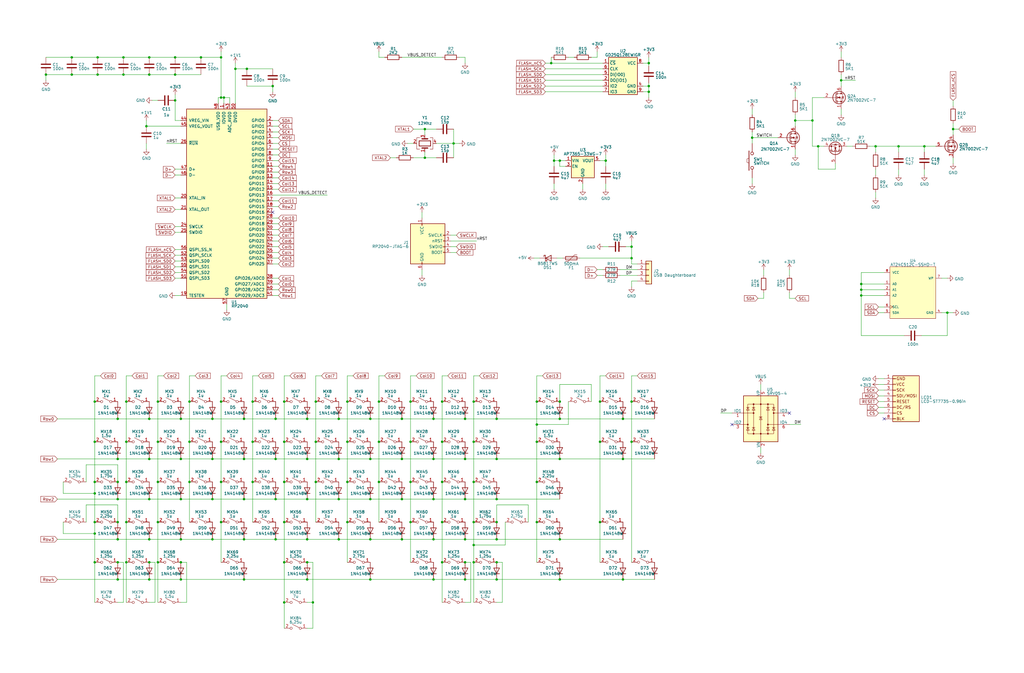
<source format=kicad_sch>
(kicad_sch (version 20220404) (generator eeschema)
  (paper "User" 453.009 297.993)
  (title_block (title "ToxicDog69") (date "2022-05-18") (rev "1") (comment 1 "Copyright © 2022 HorrorTroll") (comment 2 "MIT License"))
  (junction (at 361.95 64.77))
  (junction (at 41.91 231.14))
  (junction (at 52.07 213.36))
  (junction (at 83.82 195.58))
  (junction (at 219.71 256.54))
  (junction (at 111.76 177.8))
  (junction (at 219.71 220.98))
  (junction (at 191.77 238.76))
  (junction (at 93.98 238.76))
  (junction (at 97.79 195.58))
  (junction (at 66.04 203.2))
  (junction (at 167.64 213.36))
  (junction (at 107.95 220.98))
  (junction (at 408.94 64.77))
  (junction (at 381 125.73))
  (junction (at 191.77 220.98))
  (junction (at 107.95 256.54))
  (junction (at 209.55 177.8))
  (junction (at 149.86 220.98))
  (junction (at 177.8 203.2))
  (junction (at 265.43 177.8))
  (junction (at 153.67 231.14))
  (junction (at 41.91 213.36))
  (junction (at 52.07 238.76))
  (junction (at 265.43 195.58))
  (junction (at 381 128.27))
  (junction (at 139.7 195.58))
  (junction (at 209.55 231.14))
  (junction (at 83.82 177.8))
  (junction (at 41.91 177.8))
  (junction (at 52.07 185.42))
  (junction (at 107.95 238.76))
  (junction (at 55.88 213.36))
  (junction (at 93.98 220.98))
  (junction (at 237.49 195.58))
  (junction (at 66.04 248.92))
  (junction (at 247.65 185.42))
  (junction (at 205.74 203.2))
  (junction (at 177.8 185.42))
  (junction (at 80.01 185.42))
  (junction (at 139.7 213.36))
  (junction (at 181.61 177.8))
  (junction (at 20.32 33.02))
  (junction (at 80.01 256.54))
  (junction (at 31.75 33.02))
  (junction (at 135.89 248.92))
  (junction (at 267.97 71.12))
  (junction (at 52.07 203.2))
  (junction (at 163.83 220.98))
  (junction (at 80.01 248.92))
  (junction (at 149.86 203.2))
  (junction (at 287.02 27.94))
  (junction (at 135.89 238.76))
  (junction (at 69.85 213.36))
  (junction (at 287.02 40.64))
  (junction (at 66.04 238.76))
  (junction (at 31.75 25.4))
  (junction (at 41.91 248.92))
  (junction (at 163.83 185.42))
  (junction (at 149.86 185.42))
  (junction (at 205.74 185.42))
  (junction (at 77.47 44.45))
  (junction (at 419.1 138.43))
  (junction (at 265.43 231.14))
  (junction (at 372.11 35.56))
  (junction (at 247.65 203.2))
  (junction (at 187.96 57.15))
  (junction (at 279.4 177.8))
  (junction (at 97.79 213.36))
  (junction (at 195.58 177.8))
  (junction (at 209.55 241.3))
  (junction (at 163.83 238.76))
  (junction (at 93.98 185.42))
  (junction (at 153.67 213.36))
  (junction (at 237.49 177.8))
  (junction (at 191.77 256.54))
  (junction (at 125.73 266.7))
  (junction (at 209.55 213.36))
  (junction (at 397.51 64.77))
  (junction (at 111.76 213.36))
  (junction (at 66.04 25.4))
  (junction (at 55.88 177.8))
  (junction (at 275.59 185.42))
  (junction (at 200.66 63.5))
  (junction (at 97.79 231.14))
  (junction (at 275.59 203.2))
  (junction (at 247.65 238.76))
  (junction (at 153.67 177.8))
  (junction (at 109.22 30.48))
  (junction (at 111.76 195.58))
  (junction (at 66.04 256.54))
  (junction (at 52.07 248.92))
  (junction (at 219.71 185.42))
  (junction (at 121.92 220.98))
  (junction (at 153.67 195.58))
  (junction (at 52.07 256.54))
  (junction (at 209.55 195.58))
  (junction (at 205.74 220.98))
  (junction (at 191.77 203.2))
  (junction (at 69.85 231.14))
  (junction (at 219.71 203.2))
  (junction (at 177.8 238.76))
  (junction (at 247.65 256.54))
  (junction (at 55.88 248.92))
  (junction (at 195.58 231.14))
  (junction (at 195.58 248.92))
  (junction (at 205.74 256.54))
  (junction (at 135.89 256.54))
  (junction (at 149.86 238.76))
  (junction (at 275.59 256.54))
  (junction (at 209.55 248.92))
  (junction (at 237.49 231.14))
  (junction (at 66.04 220.98))
  (junction (at 195.58 213.36))
  (junction (at 80.01 203.2))
  (junction (at 237.49 187.96))
  (junction (at 219.71 231.14))
  (junction (at 69.85 248.92))
  (junction (at 69.85 177.8))
  (junction (at 125.73 231.14))
  (junction (at 181.61 213.36))
  (junction (at 287.02 38.1))
  (junction (at 54.61 25.4))
  (junction (at 52.07 220.98))
  (junction (at 43.18 25.4))
  (junction (at 279.4 114.3))
  (junction (at 52.07 231.14))
  (junction (at 245.11 71.12))
  (junction (at 195.58 195.58))
  (junction (at 77.47 25.4))
  (junction (at 247.65 71.12))
  (junction (at 219.71 238.76))
  (junction (at 107.95 185.42))
  (junction (at 125.73 213.36))
  (junction (at 99.06 43.18))
  (junction (at 191.77 185.42))
  (junction (at 135.89 220.98))
  (junction (at 187.96 69.85))
  (junction (at 43.18 33.02))
  (junction (at 93.98 203.2))
  (junction (at 247.65 177.8))
  (junction (at 332.74 60.96))
  (junction (at 359.41 53.34))
  (junction (at 279.4 109.22))
  (junction (at 97.79 177.8))
  (junction (at 237.49 213.36))
  (junction (at 80.01 238.76))
  (junction (at 55.88 195.58))
  (junction (at 121.92 185.42))
  (junction (at 97.79 25.4))
  (junction (at 64.77 55.88))
  (junction (at 139.7 177.8))
  (junction (at 107.95 203.2))
  (junction (at 181.61 231.14))
  (junction (at 80.01 220.98))
  (junction (at 167.64 177.8))
  (junction (at 83.82 213.36))
  (junction (at 167.64 195.58))
  (junction (at 279.4 195.58))
  (junction (at 138.43 266.7))
  (junction (at 181.61 195.58))
  (junction (at 77.47 33.02))
  (junction (at 205.74 248.92))
  (junction (at 135.89 185.42))
  (junction (at 125.73 195.58))
  (junction (at 88.9 25.4))
  (junction (at 66.04 185.42))
  (junction (at 205.74 238.76))
  (junction (at 121.92 238.76))
  (junction (at 41.91 218.44))
  (junction (at 163.83 256.54))
  (junction (at 120.65 38.1))
  (junction (at 41.91 236.22))
  (junction (at 163.83 203.2))
  (junction (at 66.04 33.02))
  (junction (at 243.84 27.94))
  (junction (at 177.8 220.98))
  (junction (at 125.73 177.8))
  (junction (at 41.91 195.58))
  (junction (at 135.89 203.2))
  (junction (at 351.79 53.34))
  (junction (at 104.14 30.48))
  (junction (at 97.79 43.18))
  (junction (at 421.64 57.15))
  (junction (at 121.92 203.2))
  (junction (at 55.88 231.14))
  (junction (at 381 130.81))
  (junction (at 54.61 33.02))
  (junction (at 69.85 195.58))
  (junction (at 219.71 248.92))
  (junction (at 387.35 64.77))
  (junction (at 125.73 248.92))
  (no_connect (at 391.16 185.42))
  (no_connect (at 349.25 182.88))
  (no_connect (at 323.85 187.96))
  (no_connect (at 120.65 93.98))
  (wire (pts (xy 25.4 203.2) (xy 52.07 203.2)))
  (wire (pts (xy 97.79 22.86) (xy 97.79 25.4)))
  (wire (pts (xy 381 148.59) (xy 381 130.81)))
  (wire (pts (xy 349.25 187.96) (xy 354.33 187.96)))
  (wire (pts (xy 381 125.73) (xy 381 120.65)))
  (wire (pts (xy 279.4 195.58) (xy 279.4 248.92)))
  (wire (pts (xy 66.04 33.02) (xy 77.47 33.02)))
  (wire (pts (xy 163.83 203.2) (xy 177.8 203.2)))
  (wire (pts (xy 93.98 185.42) (xy 107.95 185.42)))
  (wire (pts (xy 265.43 166.37) (xy 265.43 177.8)))
  (wire (pts (xy 265.43 231.14) (xy 265.43 248.92)))
  (wire (pts (xy 195.58 177.8) (xy 195.58 195.58)))
  (wire (pts (xy 69.85 44.45) (xy 67.31 44.45)))
  (wire (pts (xy 96.52 43.18) (xy 97.79 43.18)))
  (wire (pts (xy 139.7 177.8) (xy 139.7 195.58)))
  (wire (pts (xy 369.57 72.39) (xy 369.57 74.93)))
  (wire (pts (xy 120.65 38.1) (xy 120.65 40.64)))
  (wire (pts (xy 287.02 40.64) (xy 287.02 43.18)))
  (wire (pts (xy 107.95 203.2) (xy 121.92 203.2)))
  (wire (pts (xy 20.32 33.02) (xy 31.75 33.02)))
  (wire (pts (xy 407.67 148.59) (xy 419.1 148.59)))
  (wire (pts (xy 245.11 71.12) (xy 245.11 73.66)))
  (wire (pts (xy 388.62 167.64) (xy 391.16 167.64)))
  (wire (pts (xy 111.76 177.8) (xy 111.76 195.58)))
  (wire (pts (xy 86.36 166.37) (xy 83.82 166.37)))
  (wire (pts (xy 156.21 166.37) (xy 153.67 166.37)))
  (wire (pts (xy 153.67 177.8) (xy 153.67 195.58)))
  (wire (pts (xy 43.18 25.4) (xy 54.61 25.4)))
  (wire (pts (xy 337.82 121.92) (xy 337.82 119.38)))
  (wire (pts (xy 205.74 238.76) (xy 219.71 238.76)))
  (wire (pts (xy 80.01 53.34) (xy 77.47 53.34)))
  (wire (pts (xy 247.65 256.54) (xy 275.59 256.54)))
  (wire (pts (xy 247.65 238.76) (xy 275.59 238.76)))
  (wire (pts (xy 77.47 113.03) (xy 80.01 113.03)))
  (wire (pts (xy 120.65 66.04) (xy 123.19 66.04)))
  (wire (pts (xy 20.32 33.02) (xy 20.32 35.56)))
  (wire (pts (xy 261.62 170.18) (xy 261.62 177.8)))
  (wire (pts (xy 77.47 110.49) (xy 80.01 110.49)))
  (wire (pts (xy 80.01 220.98) (xy 93.98 220.98)))
  (wire (pts (xy 104.14 30.48) (xy 109.22 30.48)))
  (wire (pts (xy 251.46 25.4) (xy 254 25.4)))
  (wire (pts (xy 400.05 148.59) (xy 381 148.59)))
  (wire (pts (xy 72.39 166.37) (xy 69.85 166.37)))
  (wire (pts (xy 181.61 166.37) (xy 181.61 177.8)))
  (wire (pts (xy 233.68 231.14) (xy 233.68 223.52)))
  (wire (pts (xy 83.82 195.58) (xy 83.82 213.36)))
  (wire (pts (xy 54.61 248.92) (xy 52.07 248.92)))
  (wire (pts (xy 199.39 109.22) (xy 201.93 109.22)))
  (wire (pts (xy 247.65 71.12) (xy 250.19 71.12)))
  (wire (pts (xy 388.62 172.72) (xy 391.16 172.72)))
  (wire (pts (xy 287.02 25.4) (xy 287.02 27.94)))
  (wire (pts (xy 27.94 231.14) (xy 27.94 236.22)))
  (wire (pts (xy 55.88 231.14) (xy 55.88 248.92)))
  (wire (pts (xy 351.79 53.34) (xy 359.41 53.34)))
  (wire (pts (xy 120.65 123.19) (xy 123.19 123.19)))
  (wire (pts (xy 265.43 71.12) (xy 267.97 71.12)))
  (wire (pts (xy 77.47 100.33) (xy 80.01 100.33)))
  (wire (pts (xy 397.51 64.77) (xy 397.51 67.31)))
  (wire (pts (xy 279.4 109.22) (xy 279.4 114.3)))
  (wire (pts (xy 120.65 83.82) (xy 123.19 83.82)))
  (wire (pts (xy 332.74 60.96) (xy 332.74 63.5)))
  (wire (pts (xy 120.65 71.12) (xy 123.19 71.12)))
  (wire (pts (xy 222.25 266.7) (xy 222.25 248.92)))
  (wire (pts (xy 251.46 177.8) (xy 251.46 187.96)))
  (wire (pts (xy 247.65 177.8) (xy 247.65 170.18)))
  (wire (pts (xy 77.47 87.63) (xy 80.01 87.63)))
  (wire (pts (xy 186.69 119.38) (xy 186.69 121.92)))
  (wire (pts (xy 209.55 166.37) (xy 209.55 177.8)))
  (wire (pts (xy 191.77 256.54) (xy 205.74 256.54)))
  (wire (pts (xy 25.4 220.98) (xy 52.07 220.98)))
  (wire (pts (xy 187.96 57.15) (xy 187.96 59.69)))
  (wire (pts (xy 199.39 104.14) (xy 201.93 104.14)))
  (wire (pts (xy 125.73 248.92) (xy 125.73 266.7)))
  (wire (pts (xy 153.67 195.58) (xy 153.67 213.36)))
  (wire (pts (xy 120.65 130.81) (xy 123.19 130.81)))
  (wire (pts (xy 138.43 266.7) (xy 138.43 248.92)))
  (wire (pts (xy 38.1 223.52) (xy 52.07 223.52)))
  (wire (pts (xy 279.4 166.37) (xy 279.4 177.8)))
  (wire (pts (xy 281.94 116.84) (xy 279.4 116.84)))
  (wire (pts (xy 199.39 106.68) (xy 210.82 106.68)))
  (wire (pts (xy 41.91 236.22) (xy 41.91 248.92)))
  (wire (pts (xy 83.82 166.37) (xy 83.82 177.8)))
  (wire (pts (xy 82.55 248.92) (xy 80.01 248.92)))
  (wire (pts (xy 120.65 106.68) (xy 123.19 106.68)))
  (wire (pts (xy 109.22 38.1) (xy 120.65 38.1)))
  (wire (pts (xy 31.75 33.02) (xy 43.18 33.02)))
  (wire (pts (xy 153.67 213.36) (xy 153.67 231.14)))
  (wire (pts (xy 41.91 195.58) (xy 41.91 213.36)))
  (wire (pts (xy 337.82 129.54) (xy 337.82 132.08)))
  (wire (pts (xy 120.65 53.34) (xy 123.19 53.34)))
  (wire (pts (xy 121.92 220.98) (xy 135.89 220.98)))
  (wire (pts (xy 52.07 256.54) (xy 66.04 256.54)))
  (wire (pts (xy 245.11 81.28) (xy 245.11 83.82)))
  (wire (pts (xy 120.65 86.36) (xy 144.78 86.36)))
  (wire (pts (xy 195.58 166.37) (xy 195.58 177.8)))
  (wire (pts (xy 246.38 114.3) (xy 248.92 114.3)))
  (wire (pts (xy 99.06 43.18) (xy 99.06 45.72)))
  (wire (pts (xy 219.71 185.42) (xy 247.65 185.42)))
  (wire (pts (xy 80.01 185.42) (xy 93.98 185.42)))
  (wire (pts (xy 120.65 101.6) (xy 123.19 101.6)))
  (wire (pts (xy 349.25 129.54) (xy 349.25 132.08)))
  (wire (pts (xy 279.4 166.37) (xy 281.94 166.37)))
  (wire (pts (xy 41.91 248.92) (xy 41.91 266.7)))
  (wire (pts (xy 97.79 195.58) (xy 97.79 213.36)))
  (wire (pts (xy 241.3 38.1) (xy 266.7 38.1)))
  (wire (pts (xy 52.07 220.98) (xy 66.04 220.98)))
  (wire (pts (xy 186.69 93.98) (xy 186.69 96.52)))
  (wire (pts (xy 80.01 238.76) (xy 93.98 238.76)))
  (wire (pts (xy 99.06 43.18) (xy 101.6 43.18)))
  (wire (pts (xy 20.32 25.4) (xy 31.75 25.4)))
  (wire (pts (xy 163.83 256.54) (xy 191.77 256.54)))
  (wire (pts (xy 359.41 43.18) (xy 364.49 43.18)))
  (wire (pts (xy 237.49 195.58) (xy 237.49 213.36)))
  (wire (pts (xy 408.94 64.77) (xy 397.51 64.77)))
  (wire (pts (xy 54.61 266.7) (xy 54.61 248.92)))
  (wire (pts (xy 125.73 213.36) (xy 125.73 231.14)))
  (wire (pts (xy 419.1 138.43) (xy 421.64 138.43)))
  (wire (pts (xy 69.85 166.37) (xy 69.85 177.8)))
  (wire (pts (xy 387.35 74.93) (xy 387.35 77.47)))
  (wire (pts (xy 205.74 25.4) (xy 203.2 25.4)))
  (wire (pts (xy 121.92 203.2) (xy 135.89 203.2)))
  (wire (pts (xy 359.41 53.34) (xy 359.41 64.77)))
  (wire (pts (xy 191.77 185.42) (xy 205.74 185.42)))
  (wire (pts (xy 237.49 231.14) (xy 237.49 248.92)))
  (wire (pts (xy 139.7 166.37) (xy 139.7 177.8)))
  (wire (pts (xy 97.79 213.36) (xy 97.79 231.14)))
  (wire (pts (xy 388.62 180.34) (xy 391.16 180.34)))
  (wire (pts (xy 387.35 64.77) (xy 387.35 67.31)))
  (wire (pts (xy 187.96 67.31) (xy 187.96 69.85)))
  (wire (pts (xy 384.81 64.77) (xy 387.35 64.77)))
  (wire (pts (xy 180.34 63.5) (xy 182.88 63.5)))
  (wire (pts (xy 279.4 124.46) (xy 279.4 127)))
  (wire (pts (xy 205.74 266.7) (xy 208.28 266.7)))
  (wire (pts (xy 80.01 256.54) (xy 107.95 256.54)))
  (wire (pts (xy 267.97 71.12) (xy 267.97 73.66)))
  (wire (pts (xy 41.91 218.44) (xy 41.91 231.14)))
  (wire (pts (xy 64.77 53.34) (xy 64.77 55.88)))
  (wire (pts (xy 264.16 119.38) (xy 266.7 119.38)))
  (wire (pts (xy 388.62 138.43) (xy 391.16 138.43)))
  (wire (pts (xy 139.7 213.36) (xy 139.7 231.14)))
  (wire (pts (xy 372.11 35.56) (xy 378.46 35.56)))
  (wire (pts (xy 182.88 57.15) (xy 187.96 57.15)))
  (wire (pts (xy 287.02 38.1) (xy 287.02 40.64)))
  (wire (pts (xy 135.89 203.2) (xy 149.86 203.2)))
  (wire (pts (xy 237.49 166.37) (xy 237.49 177.8)))
  (wire (pts (xy 170.18 166.37) (xy 167.64 166.37)))
  (wire (pts (xy 77.47 118.11) (xy 80.01 118.11)))
  (wire (pts (xy 237.49 177.8) (xy 237.49 187.96)))
  (wire (pts (xy 237.49 213.36) (xy 237.49 231.14)))
  (wire (pts (xy 77.47 123.19) (xy 80.01 123.19)))
  (wire (pts (xy 265.43 195.58) (xy 265.43 231.14)))
  (wire (pts (xy 349.25 121.92) (xy 349.25 119.38)))
  (wire (pts (xy 93.98 238.76) (xy 107.95 238.76)))
  (wire (pts (xy 104.14 27.94) (xy 104.14 30.48)))
  (wire (pts (xy 153.67 231.14) (xy 153.67 248.92)))
  (wire (pts (xy 359.41 43.18) (xy 359.41 53.34)))
  (wire (pts (xy 421.64 69.85) (xy 421.64 72.39)))
  (wire (pts (xy 421.64 54.61) (xy 421.64 57.15)))
  (wire (pts (xy 120.65 91.44) (xy 123.19 91.44)))
  (wire (pts (xy 195.58 213.36) (xy 195.58 231.14)))
  (wire (pts (xy 182.88 69.85) (xy 187.96 69.85)))
  (wire (pts (xy 241.3 33.02) (xy 266.7 33.02)))
  (wire (pts (xy 205.74 256.54) (xy 219.71 256.54)))
  (wire (pts (xy 135.89 185.42) (xy 149.86 185.42)))
  (wire (pts (xy 120.65 68.58) (xy 123.19 68.58)))
  (wire (pts (xy 388.62 135.89) (xy 391.16 135.89)))
  (wire (pts (xy 177.8 25.4) (xy 195.58 25.4)))
  (wire (pts (xy 66.04 238.76) (xy 80.01 238.76)))
  (wire (pts (xy 66.04 220.98) (xy 80.01 220.98)))
  (wire (pts (xy 120.65 55.88) (xy 123.19 55.88)))
  (wire (pts (xy 388.62 182.88) (xy 391.16 182.88)))
  (wire (pts (xy 243.84 25.4) (xy 243.84 27.94)))
  (wire (pts (xy 139.7 195.58) (xy 139.7 213.36)))
  (wire (pts (xy 181.61 213.36) (xy 181.61 231.14)))
  (wire (pts (xy 125.73 177.8) (xy 125.73 195.58)))
  (wire (pts (xy 111.76 195.58) (xy 111.76 213.36)))
  (wire (pts (xy 374.65 64.77) (xy 377.19 64.77)))
  (wire (pts (xy 181.61 177.8) (xy 181.61 195.58)))
  (wire (pts (xy 219.71 266.7) (xy 222.25 266.7)))
  (wire (pts (xy 121.92 238.76) (xy 135.89 238.76)))
  (wire (pts (xy 41.91 166.37) (xy 41.91 177.8)))
  (wire (pts (xy 77.47 92.71) (xy 80.01 92.71)))
  (wire (pts (xy 209.55 248.92) (xy 209.55 266.7)))
  (wire (pts (xy 181.61 231.14) (xy 181.61 248.92)))
  (wire (pts (xy 77.47 41.91) (xy 77.47 44.45)))
  (wire (pts (xy 135.89 220.98) (xy 149.86 220.98)))
  (wire (pts (xy 332.74 48.26) (xy 332.74 50.8)))
  (wire (pts (xy 69.85 248.92) (xy 69.85 266.7)))
  (wire (pts (xy 388.62 177.8) (xy 391.16 177.8)))
  (wire (pts (xy 275.59 203.2) (xy 289.56 203.2)))
  (wire (pts (xy 391.16 130.81) (xy 381 130.81)))
  (wire (pts (xy 125.73 195.58) (xy 125.73 213.36)))
  (wire (pts (xy 77.47 120.65) (xy 80.01 120.65)))
  (wire (pts (xy 107.95 238.76) (xy 121.92 238.76)))
  (wire (pts (xy 222.25 248.92) (xy 219.71 248.92)))
  (wire (pts (xy 388.62 175.26) (xy 391.16 175.26)))
  (wire (pts (xy 243.84 27.94) (xy 241.3 27.94)))
  (wire (pts (xy 104.14 30.48) (xy 104.14 45.72)))
  (wire (pts (xy 388.62 170.18) (xy 391.16 170.18)))
  (wire (pts (xy 107.95 220.98) (xy 121.92 220.98)))
  (wire (pts (xy 361.95 64.77) (xy 364.49 64.77)))
  (wire (pts (xy 243.84 27.94) (xy 266.7 27.94)))
  (wire (pts (xy 77.47 25.4) (xy 88.9 25.4)))
  (wire (pts (xy 135.89 278.13) (xy 138.43 278.13)))
  (wire (pts (xy 77.47 77.47) (xy 80.01 77.47)))
  (wire (pts (xy 177.8 185.42) (xy 191.77 185.42)))
  (wire (pts (xy 336.55 198.12) (xy 336.55 200.66)))
  (wire (pts (xy 135.89 256.54) (xy 163.83 256.54)))
  (wire (pts (xy 351.79 53.34) (xy 351.79 55.88)))
  (wire (pts (xy 212.09 166.37) (xy 209.55 166.37)))
  (wire (pts (xy 66.04 266.7) (xy 68.58 266.7)))
  (wire (pts (xy 241.3 30.48) (xy 266.7 30.48)))
  (wire (pts (xy 219.71 256.54) (xy 247.65 256.54)))
  (wire (pts (xy 120.65 60.96) (xy 123.19 60.96)))
  (wire (pts (xy 52.07 223.52) (xy 52.07 231.14)))
  (wire (pts (xy 82.55 266.7) (xy 82.55 248.92)))
  (wire (pts (xy 241.3 35.56) (xy 266.7 35.56)))
  (wire (pts (xy 274.32 119.38) (xy 281.94 119.38)))
  (wire (pts (xy 120.65 73.66) (xy 123.19 73.66)))
  (wire (pts (xy 261.62 25.4) (xy 264.16 25.4)))
  (wire (pts (xy 208.28 248.92) (xy 205.74 248.92)))
  (wire (pts (xy 264.16 25.4) (xy 264.16 22.86)))
  (wire (pts (xy 111.76 213.36) (xy 111.76 231.14)))
  (wire (pts (xy 208.28 266.7) (xy 208.28 248.92)))
  (wire (pts (xy 153.67 166.37) (xy 153.67 177.8)))
  (wire (pts (xy 274.32 121.92) (xy 281.94 121.92)))
  (wire (pts (xy 149.86 220.98) (xy 163.83 220.98)))
  (wire (pts (xy 351.79 132.08) (xy 349.25 132.08)))
  (wire (pts (xy 205.74 220.98) (xy 219.71 220.98)))
  (wire (pts (xy 120.65 96.52) (xy 123.19 96.52)))
  (wire (pts (xy 381 125.73) (xy 391.16 125.73)))
  (wire (pts (xy 167.64 25.4) (xy 167.64 22.86)))
  (wire (pts (xy 237.49 187.96) (xy 237.49 195.58)))
  (wire (pts (xy 120.65 125.73) (xy 123.19 125.73)))
  (wire (pts (xy 191.77 238.76) (xy 205.74 238.76)))
  (wire (pts (xy 351.79 66.04) (xy 351.79 68.58)))
  (wire (pts (xy 381 130.81) (xy 381 128.27)))
  (wire (pts (xy 167.64 166.37) (xy 167.64 177.8)))
  (wire (pts (xy 109.22 30.48) (xy 120.65 30.48)))
  (wire (pts (xy 205.74 185.42) (xy 219.71 185.42)))
  (wire (pts (xy 69.85 177.8) (xy 69.85 195.58)))
  (wire (pts (xy 265.43 166.37) (xy 267.97 166.37)))
  (wire (pts (xy 120.65 63.5) (xy 123.19 63.5)))
  (wire (pts (xy 257.81 81.28) (xy 257.81 83.82)))
  (wire (pts (xy 27.94 236.22) (xy 41.91 236.22)))
  (wire (pts (xy 163.83 238.76) (xy 177.8 238.76)))
  (wire (pts (xy 199.39 111.76) (xy 201.93 111.76)))
  (wire (pts (xy 80.01 203.2) (xy 93.98 203.2)))
  (wire (pts (xy 219.71 223.52) (xy 219.71 231.14)))
  (wire (pts (xy 284.48 38.1) (xy 287.02 38.1)))
  (wire (pts (xy 69.85 195.58) (xy 69.85 213.36)))
  (wire (pts (xy 52.07 266.7) (xy 54.61 266.7)))
  (wire (pts (xy 121.92 185.42) (xy 135.89 185.42)))
  (wire (pts (xy 238.76 114.3) (xy 236.22 114.3)))
  (wire (pts (xy 97.79 25.4) (xy 97.79 43.18)))
  (wire (pts (xy 275.59 185.42) (xy 289.56 185.42)))
  (wire (pts (xy 198.12 166.37) (xy 195.58 166.37)))
  (wire (pts (xy 101.6 43.18) (xy 101.6 45.72)))
  (wire (pts (xy 266.7 109.22) (xy 269.24 109.22)))
  (wire (pts (xy 80.01 266.7) (xy 82.55 266.7)))
  (wire (pts (xy 281.94 124.46) (xy 279.4 124.46)))
  (wire (pts (xy 209.55 241.3) (xy 209.55 231.14)))
  (wire (pts (xy 167.64 213.36) (xy 167.64 231.14)))
  (wire (pts (xy 41.91 231.14) (xy 41.91 236.22)))
  (wire (pts (xy 66.04 203.2) (xy 80.01 203.2)))
  (wire (pts (xy 187.96 69.85) (xy 193.04 69.85)))
  (wire (pts (xy 54.61 33.02) (xy 66.04 33.02)))
  (wire (pts (xy 27.94 213.36) (xy 27.94 218.44)))
  (wire (pts (xy 69.85 213.36) (xy 69.85 231.14)))
  (wire (pts (xy 125.73 231.14) (xy 125.73 248.92)))
  (wire (pts (xy 66.04 25.4) (xy 77.47 25.4)))
  (wire (pts (xy 247.65 73.66) (xy 247.65 71.12)))
  (wire (pts (xy 419.1 148.59) (xy 419.1 138.43)))
  (wire (pts (xy 421.64 57.15) (xy 424.18 57.15)))
  (wire (pts (xy 387.35 85.09) (xy 387.35 87.63)))
  (wire (pts (xy 93.98 203.2) (xy 107.95 203.2)))
  (wire (pts (xy 200.66 57.15) (xy 200.66 63.5)))
  (wire (pts (xy 120.65 76.2) (xy 123.19 76.2)))
  (wire (pts (xy 100.33 166.37) (xy 97.79 166.37)))
  (wire (pts (xy 264.16 121.92) (xy 266.7 121.92)))
  (wire (pts (xy 421.64 57.15) (xy 421.64 59.69)))
  (wire (pts (xy 97.79 177.8) (xy 97.79 195.58)))
  (wire (pts (xy 336.55 170.18) (xy 336.55 172.72)))
  (wire (pts (xy 195.58 231.14) (xy 195.58 248.92)))
  (wire (pts (xy 55.88 195.58) (xy 55.88 213.36)))
  (wire (pts (xy 77.47 33.02) (xy 88.9 33.02)))
  (wire (pts (xy 167.64 25.4) (xy 170.18 25.4)))
  (wire (pts (xy 149.86 203.2) (xy 163.83 203.2)))
  (wire (pts (xy 27.94 218.44) (xy 41.91 218.44)))
  (wire (pts (xy 177.8 238.76) (xy 191.77 238.76)))
  (wire (pts (xy 66.04 256.54) (xy 80.01 256.54)))
  (wire (pts (xy 247.65 185.42) (xy 275.59 185.42)))
  (wire (pts (xy 142.24 166.37) (xy 139.7 166.37)))
  (wire (pts (xy 387.35 64.77) (xy 397.51 64.77)))
  (wire (pts (xy 241.3 40.64) (xy 266.7 40.64)))
  (wire (pts (xy 52.07 203.2) (xy 66.04 203.2)))
  (wire (pts (xy 279.4 114.3) (xy 279.4 116.84)))
  (wire (pts (xy 44.45 166.37) (xy 41.91 166.37)))
  (wire (pts (xy 120.65 111.76) (xy 123.19 111.76)))
  (wire (pts (xy 172.72 69.85) (xy 175.26 69.85)))
  (wire (pts (xy 96.52 45.72) (xy 96.52 43.18)))
  (wire (pts (xy 205.74 203.2) (xy 219.71 203.2)))
  (wire (pts (xy 120.65 78.74) (xy 123.19 78.74)))
  (wire (pts (xy 219.71 220.98) (xy 247.65 220.98)))
  (wire (pts (xy 332.74 78.74) (xy 332.74 81.28)))
  (wire (pts (xy 55.88 177.8) (xy 55.88 195.58)))
  (wire (pts (xy 55.88 248.92) (xy 55.88 266.7)))
  (wire (pts (xy 223.52 231.14) (xy 223.52 241.3)))
  (wire (pts (xy 107.95 185.42) (xy 121.92 185.42)))
  (wire (pts (xy 100.33 134.62) (xy 100.33 137.16)))
  (wire (pts (xy 52.07 205.74) (xy 52.07 213.36)))
  (wire (pts (xy 359.41 64.77) (xy 361.95 64.77)))
  (wire (pts (xy 332.74 60.96) (xy 344.17 60.96)))
  (wire (pts (xy 381 120.65) (xy 391.16 120.65)))
  (wire (pts (xy 332.74 58.42) (xy 332.74 60.96)))
  (wire (pts (xy 209.55 241.3) (xy 209.55 248.92)))
  (wire (pts (xy 120.65 109.22) (xy 123.19 109.22)))
  (wire (pts (xy 209.55 213.36) (xy 209.55 231.14)))
  (wire (pts (xy 77.47 74.93) (xy 80.01 74.93)))
  (wire (pts (xy 125.73 266.7) (xy 125.73 278.13)))
  (wire (pts (xy 114.3 166.37) (xy 111.76 166.37)))
  (wire (pts (xy 219.71 203.2) (xy 247.65 203.2)))
  (wire (pts (xy 120.65 128.27) (xy 123.19 128.27)))
  (wire (pts (xy 125.73 166.37) (xy 125.73 177.8)))
  (wire (pts (xy 265.43 177.8) (xy 265.43 195.58)))
  (wire (pts (xy 372.11 35.56) (xy 372.11 38.1)))
  (wire (pts (xy 111.76 166.37) (xy 111.76 177.8)))
  (wire (pts (xy 247.65 170.18) (xy 261.62 170.18)))
  (wire (pts (xy 73.66 63.5) (xy 80.01 63.5)))
  (wire (pts (xy 337.82 132.08) (xy 335.28 132.08)))
  (wire (pts (xy 287.02 36.83) (xy 287.02 38.1)))
  (wire (pts (xy 149.86 238.76) (xy 163.83 238.76)))
  (wire (pts (xy 128.27 166.37) (xy 125.73 166.37)))
  (wire (pts (xy 55.88 213.36) (xy 55.88 231.14)))
  (wire (pts (xy 31.75 25.4) (xy 43.18 25.4)))
  (wire (pts (xy 135.89 266.7) (xy 138.43 266.7)))
  (wire (pts (xy 58.42 166.37) (xy 55.88 166.37)))
  (wire (pts (xy 256.54 114.3) (xy 279.4 114.3)))
  (wire (pts (xy 361.95 64.77) (xy 361.95 74.93)))
  (wire (pts (xy 52.07 185.42) (xy 66.04 185.42)))
  (wire (pts (xy 372.11 48.26) (xy 372.11 50.8)))
  (wire (pts (xy 184.15 166.37) (xy 181.61 166.37)))
  (wire (pts (xy 408.94 67.31) (xy 408.94 64.77)))
  (wire (pts (xy 167.64 195.58) (xy 167.64 213.36)))
  (wire (pts (xy 77.47 115.57) (xy 80.01 115.57)))
  (wire (pts (xy 69.85 231.14) (xy 69.85 248.92)))
  (wire (pts (xy 163.83 185.42) (xy 177.8 185.42)))
  (wire (pts (xy 205.74 27.94) (xy 205.74 25.4)))
  (wire (pts (xy 38.1 205.74) (xy 52.07 205.74)))
  (wire (pts (xy 138.43 278.13) (xy 138.43 266.7)))
  (wire (pts (xy 195.58 195.58) (xy 195.58 213.36)))
  (wire (pts (xy 25.4 185.42) (xy 52.07 185.42)))
  (wire (pts (xy 120.65 81.28) (xy 123.19 81.28)))
  (wire (pts (xy 287.02 27.94) (xy 287.02 29.21)))
  (wire (pts (xy 163.83 220.98) (xy 177.8 220.98)))
  (wire (pts (xy 267.97 81.28) (xy 267.97 83.82)))
  (wire (pts (xy 68.58 266.7) (xy 68.58 248.92)))
  (wire (pts (xy 381 128.27) (xy 381 125.73)))
  (wire (pts (xy 372.11 33.02) (xy 372.11 35.56)))
  (wire (pts (xy 195.58 248.92) (xy 195.58 266.7)))
  (wire (pts (xy 43.18 33.02) (xy 54.61 33.02)))
  (wire (pts (xy 135.89 238.76) (xy 149.86 238.76)))
  (wire (pts (xy 25.4 238.76) (xy 52.07 238.76)))
  (wire (pts (xy 351.79 50.8) (xy 351.79 53.34)))
  (wire (pts (xy 200.66 63.5) (xy 200.66 69.85)))
  (wire (pts (xy 83.82 213.36) (xy 83.82 231.14)))
  (wire (pts (xy 408.94 64.77) (xy 414.02 64.77)))
  (wire (pts (xy 351.79 40.64) (xy 351.79 43.18)))
  (wire (pts (xy 38.1 213.36) (xy 38.1 205.74)))
  (wire (pts (xy 83.82 177.8) (xy 83.82 195.58)))
  (wire (pts (xy 93.98 220.98) (xy 107.95 220.98)))
  (wire (pts (xy 41.91 213.36) (xy 41.91 218.44)))
  (wire (pts (xy 64.77 55.88) (xy 80.01 55.88)))
  (wire (pts (xy 181.61 195.58) (xy 181.61 213.36)))
  (wire (pts (xy 25.4 256.54) (xy 52.07 256.54)))
  (wire (pts (xy 191.77 203.2) (xy 205.74 203.2)))
  (wire (pts (xy 55.88 166.37) (xy 55.88 177.8)))
  (wire (pts (xy 41.91 177.8) (xy 41.91 195.58)))
  (wire (pts (xy 250.19 73.66) (xy 247.65 73.66)))
  (wire (pts (xy 97.79 231.14) (xy 97.79 248.92)))
  (wire (pts (xy 381 128.27) (xy 391.16 128.27)))
  (wire (pts (xy 251.46 187.96) (xy 237.49 187.96)))
  (wire (pts (xy 54.61 25.4) (xy 66.04 25.4)))
  (wire (pts (xy 421.64 44.45) (xy 421.64 46.99)))
  (wire (pts (xy 276.86 109.22) (xy 279.4 109.22)))
  (wire (pts (xy 120.65 88.9) (xy 123.19 88.9)))
  (wire (pts (xy 187.96 57.15) (xy 193.04 57.15)))
  (wire (pts (xy 416.56 138.43) (xy 419.1 138.43)))
  (wire (pts (xy 416.56 123.19) (xy 419.1 123.19)))
  (wire (pts (xy 284.48 27.94) (xy 287.02 27.94)))
  (wire (pts (xy 193.04 63.5) (xy 200.66 63.5)))
  (wire (pts (xy 275.59 256.54) (xy 289.56 256.54)))
  (wire (pts (xy 284.48 40.64) (xy 287.02 40.64)))
  (wire (pts (xy 38.1 231.14) (xy 38.1 223.52)))
  (wire (pts (xy 233.68 223.52) (xy 219.71 223.52)))
  (wire (pts (xy 245.11 68.58) (xy 245.11 71.12)))
  (wire (pts (xy 223.52 241.3) (xy 209.55 241.3)))
  (wire (pts (xy 64.77 63.5) (xy 64.77 66.04)))
  (wire (pts (xy 167.64 177.8) (xy 167.64 195.58)))
  (wire (pts (xy 408.94 74.93) (xy 408.94 77.47)))
  (wire (pts (xy 191.77 220.98) (xy 205.74 220.98)))
  (wire (pts (xy 361.95 74.93) (xy 369.57 74.93)))
  (wire (pts (xy 209.55 177.8) (xy 209.55 195.58)))
  (wire (pts (xy 77.47 130.81) (xy 80.01 130.81)))
  (wire (pts (xy 247.65 203.2) (xy 275.59 203.2)))
  (wire (pts (xy 107.95 256.54) (xy 135.89 256.54)))
  (wire (pts (xy 120.65 116.84) (xy 123.19 116.84)))
  (wire (pts (xy 66.04 185.42) (xy 80.01 185.42)))
  (wire (pts (xy 88.9 25.4) (xy 97.79 25.4)))
  (wire (pts (xy 177.8 203.2) (xy 191.77 203.2)))
  (wire (pts (xy 120.65 114.3) (xy 123.19 114.3)))
  (wire (pts (xy 200.66 63.5) (xy 203.2 63.5)))
  (wire (pts (xy 120.65 58.42) (xy 123.19 58.42)))
  (wire (pts (xy 397.51 74.93) (xy 397.51 77.47)))
  (wire (pts (xy 245.11 71.12) (xy 247.65 71.12)))
  (wire (pts (xy 372.11 22.86) (xy 372.11 25.4)))
  (wire (pts (xy 209.55 195.58) (xy 209.55 213.36)))
  (wire (pts (xy 279.4 106.68) (xy 279.4 109.22)))
  (wire (pts (xy 318.77 182.88) (xy 323.85 182.88)))
  (wire (pts (xy 52.07 238.76) (xy 66.04 238.76)))
  (wire (pts (xy 77.47 102.87) (xy 80.01 102.87)))
  (wire (pts (xy 279.4 177.8) (xy 279.4 195.58)))
  (wire (pts (xy 68.58 248.92) (xy 66.04 248.92)))
  (wire (pts (xy 138.43 248.92) (xy 135.89 248.92)))
  (wire (pts (xy 97.79 166.37) (xy 97.79 177.8)))
  (wire (pts (xy 77.47 44.45) (xy 77.47 53.34)))
  (wire (pts (xy 120.65 99.06) (xy 123.19 99.06)))
  (wire (pts (xy 149.86 185.42) (xy 163.83 185.42)))
  (wire (pts (xy 267.97 68.58) (xy 267.97 71.12)))
  (wire (pts (xy 219.71 238.76) (xy 247.65 238.76)))
  (wire (pts (xy 120.65 104.14) (xy 123.19 104.14)))
  (wire (pts (xy 177.8 220.98) (xy 191.77 220.98)))
  (wire (pts (xy 97.79 43.18) (xy 99.06 43.18)))
  (wire (pts (xy 237.49 166.37) (xy 240.03 166.37)))
  (label "nRST" (at 73.66 63.5 0))
  (label "nRST" (at 210.82 106.68 0))
  (label "DP" (at 318.77 182.88 0))
  (label "DM" (at 276.86 119.38 0))
  (label "VBUS_DETECT" (at 193.04 25.4 0))
  (label "DM" (at 354.33 187.96 0))
  (label "DP" (at 276.86 121.92 0))
  (label "nRST" (at 378.46 35.56 0))
  (label "VBUS_DETECT" (at 144.78 86.36 0))
  (label "SWITCH" (at 341.63 60.96 0))
  (global_label "MOSI" (shape input) (at 388.62 175.26 180) (property "Intersheetrefs" "${INTERSHEET_REFS}" (effects hide)))
  (global_label "SDA" (shape input) (at 123.19 53.34 0) (property "Intersheetrefs" "${INTERSHEET_REFS}" (effects hide)))
  (global_label "FLASH_SD0" (shape input) (at 77.47 115.57 180) (property "Intersheetrefs" "${INTERSHEET_REFS}" (effects hide)))
  (global_label "D-" (shape input) (at 264.16 119.38 180) (property "Intersheetrefs" "${INTERSHEET_REFS}" (effects hide)))
  (global_label "XTAL2" (shape input) (at 77.47 92.71 180) (property "Intersheetrefs" "${INTERSHEET_REFS}" (effects hide)))
  (global_label "Row1" (shape input) (at 25.4 203.2 180) (property "Intersheetrefs" "${INTERSHEET_REFS}" (effects hide)))
  (global_label "DC" (shape input) (at 388.62 180.34 180) (property "Intersheetrefs" "${INTERSHEET_REFS}" (effects hide)))
  (global_label "Col5" (shape input) (at 114.3 166.37 0) (property "Intersheetrefs" "${INTERSHEET_REFS}" (effects hide)))
  (global_label "Col2" (shape input) (at 72.39 166.37 0) (property "Intersheetrefs" "${INTERSHEET_REFS}" (effects hide)))
  (global_label "Col12" (shape input) (at 212.09 166.37 0) (property "Intersheetrefs" "${INTERSHEET_REFS}" (effects hide)))
  (global_label "Row4" (shape input) (at 25.4 256.54 180) (property "Intersheetrefs" "${INTERSHEET_REFS}" (effects hide)))
  (global_label "XTAL2" (shape input) (at 172.72 69.85 180) (property "Intersheetrefs" "${INTERSHEET_REFS}" (effects hide)))
  (global_label "Col11" (shape input) (at 198.12 166.37 0) (property "Intersheetrefs" "${INTERSHEET_REFS}" (effects hide)))
  (global_label "Row1" (shape input) (at 123.19 130.81 0) (property "Intersheetrefs" "${INTERSHEET_REFS}" (effects hide)))
  (global_label "Col15" (shape input) (at 281.94 166.37 0) (property "Intersheetrefs" "${INTERSHEET_REFS}" (effects hide)))
  (global_label "Row0" (shape input) (at 123.19 128.27 0) (property "Intersheetrefs" "${INTERSHEET_REFS}" (effects hide)))
  (global_label "FLASH_SD3" (shape input) (at 241.3 40.64 180) (property "Intersheetrefs" "${INTERSHEET_REFS}" (effects hide)))
  (global_label "SDA" (shape input) (at 388.62 138.43 180) (property "Intersheetrefs" "${INTERSHEET_REFS}" (effects hide)))
  (global_label "D+" (shape input) (at 77.47 74.93 180) (property "Intersheetrefs" "${INTERSHEET_REFS}" (effects hide)))
  (global_label "Row2" (shape input) (at 25.4 220.98 180) (property "Intersheetrefs" "${INTERSHEET_REFS}" (effects hide)))
  (global_label "Col1" (shape input) (at 123.19 123.19 0) (property "Intersheetrefs" "${INTERSHEET_REFS}" (effects hide)))
  (global_label "Col9" (shape input) (at 123.19 99.06 0) (property "Intersheetrefs" "${INTERSHEET_REFS}" (effects hide)))
  (global_label "SCL" (shape input) (at 388.62 135.89 180) (property "Intersheetrefs" "${INTERSHEET_REFS}" (effects hide)))
  (global_label "SWDIO" (shape input) (at 201.93 109.22 0) (property "Intersheetrefs" "${INTERSHEET_REFS}" (effects hide)))
  (global_label "Col14" (shape input) (at 267.97 166.37 0) (property "Intersheetrefs" "${INTERSHEET_REFS}" (effects hide)))
  (global_label "SCL" (shape input) (at 351.79 132.08 0) (property "Intersheetrefs" "${INTERSHEET_REFS}" (effects hide)))
  (global_label "Row0" (shape input) (at 25.4 185.42 180) (property "Intersheetrefs" "${INTERSHEET_REFS}" (effects hide)))
  (global_label "Col13" (shape input) (at 240.03 166.37 0) (property "Intersheetrefs" "${INTERSHEET_REFS}" (effects hide)))
  (global_label "Col0" (shape input) (at 44.45 166.37 0) (property "Intersheetrefs" "${INTERSHEET_REFS}" (effects hide)))
  (global_label "Col3" (shape input) (at 86.36 166.37 0) (property "Intersheetrefs" "${INTERSHEET_REFS}" (effects hide)))
  (global_label "FLASH_nCS" (shape input) (at 241.3 27.94 180) (property "Intersheetrefs" "${INTERSHEET_REFS}" (effects hide)))
  (global_label "FLASH_SD0" (shape input) (at 241.3 33.02 180) (property "Intersheetrefs" "${INTERSHEET_REFS}" (effects hide)))
  (global_label "Col15" (shape input) (at 123.19 71.12 0) (property "Intersheetrefs" "${INTERSHEET_REFS}" (effects hide)))
  (global_label "SCK" (shape input) (at 123.19 58.42 0) (property "Intersheetrefs" "${INTERSHEET_REFS}" (effects hide)))
  (global_label "CS" (shape input) (at 123.19 63.5 0) (property "Intersheetrefs" "${INTERSHEET_REFS}" (effects hide)))
  (global_label "FLASH_SD2" (shape input) (at 241.3 38.1 180) (property "Intersheetrefs" "${INTERSHEET_REFS}" (effects hide)))
  (global_label "Col2" (shape input) (at 123.19 116.84 0) (property "Intersheetrefs" "${INTERSHEET_REFS}" (effects hide)))
  (global_label "Col10" (shape input) (at 123.19 96.52 0) (property "Intersheetrefs" "${INTERSHEET_REFS}" (effects hide)))
  (global_label "Col10" (shape input) (at 184.15 166.37 0) (property "Intersheetrefs" "${INTERSHEET_REFS}" (effects hide)))
  (global_label "MOSI" (shape input) (at 123.19 60.96 0) (property "Intersheetrefs" "${INTERSHEET_REFS}" (effects hide)))
  (global_label "Col13" (shape input) (at 123.19 81.28 0) (property "Intersheetrefs" "${INTERSHEET_REFS}" (effects hide)))
  (global_label "D+" (shape input) (at 264.16 121.92 180) (property "Intersheetrefs" "${INTERSHEET_REFS}" (effects hide)))
  (global_label "Col0" (shape input) (at 123.19 125.73 0) (property "Intersheetrefs" "${INTERSHEET_REFS}" (effects hide)))
  (global_label "SWCLK" (shape input) (at 77.47 100.33 180) (property "Intersheetrefs" "${INTERSHEET_REFS}" (effects hide)))
  (global_label "FLASH_SD3" (shape input) (at 77.47 123.19 180) (property "Intersheetrefs" "${INTERSHEET_REFS}" (effects hide)))
  (global_label "Col4" (shape input) (at 123.19 111.76 0) (property "Intersheetrefs" "${INTERSHEET_REFS}" (effects hide)))
  (global_label "FLASH_SD1" (shape input) (at 77.47 118.11 180) (property "Intersheetrefs" "${INTERSHEET_REFS}" (effects hide)))
  (global_label "Col6" (shape input) (at 128.27 166.37 0) (property "Intersheetrefs" "${INTERSHEET_REFS}" (effects hide)))
  (global_label "BOOT" (shape input) (at 201.93 111.76 0) (property "Intersheetrefs" "${INTERSHEET_REFS}" (effects hide)))
  (global_label "Col14" (shape input) (at 123.19 78.74 0) (property "Intersheetrefs" "${INTERSHEET_REFS}" (effects hide)))
  (global_label "Row2" (shape input) (at 123.19 91.44 0) (property "Intersheetrefs" "${INTERSHEET_REFS}" (effects hide)))
  (global_label "FLASH_SD1" (shape input) (at 241.3 35.56 180) (property "Intersheetrefs" "${INTERSHEET_REFS}" (effects hide)))
  (global_label "Col4" (shape input) (at 100.33 166.37 0) (property "Intersheetrefs" "${INTERSHEET_REFS}" (effects hide)))
  (global_label "RESET" (shape input) (at 123.19 66.04 0) (property "Intersheetrefs" "${INTERSHEET_REFS}" (effects hide)))
  (global_label "DC" (shape input) (at 123.19 68.58 0) (property "Intersheetrefs" "${INTERSHEET_REFS}" (effects hide)))
  (global_label "Col8" (shape input) (at 123.19 101.6 0) (property "Intersheetrefs" "${INTERSHEET_REFS}" (effects hide)))
  (global_label "RESET" (shape input) (at 388.62 177.8 180) (property "Intersheetrefs" "${INTERSHEET_REFS}" (effects hide)))
  (global_label "SCL" (shape input) (at 123.19 55.88 0) (property "Intersheetrefs" "${INTERSHEET_REFS}" (effects hide)))
  (global_label "D-" (shape input) (at 77.47 77.47 180) (property "Intersheetrefs" "${INTERSHEET_REFS}" (effects hide)))
  (global_label "Col7" (shape input) (at 123.19 104.14 0) (property "Intersheetrefs" "${INTERSHEET_REFS}" (effects hide)))
  (global_label "Col3" (shape input) (at 123.19 114.3 0) (property "Intersheetrefs" "${INTERSHEET_REFS}" (effects hide)))
  (global_label "Row3" (shape input) (at 25.4 238.76 180) (property "Intersheetrefs" "${INTERSHEET_REFS}" (effects hide)))
  (global_label "Col9" (shape input) (at 170.18 166.37 0) (property "Intersheetrefs" "${INTERSHEET_REFS}" (effects hide)))
  (global_label "Col7" (shape input) (at 142.24 166.37 0) (property "Intersheetrefs" "${INTERSHEET_REFS}" (effects hide)))
  (global_label "FLASH_SD2" (shape input) (at 77.47 120.65 180) (property "Intersheetrefs" "${INTERSHEET_REFS}" (effects hide)))
  (global_label "Col12" (shape input) (at 123.19 83.82 0) (property "Intersheetrefs" "${INTERSHEET_REFS}" (effects hide)))
  (global_label "FLASH_nCS" (shape input) (at 77.47 110.49 180) (property "Intersheetrefs" "${INTERSHEET_REFS}" (effects hide)))
  (global_label "XTAL1" (shape input) (at 77.47 87.63 180) (property "Intersheetrefs" "${INTERSHEET_REFS}" (effects hide)))
  (global_label "FLASH_SCK" (shape input) (at 241.3 30.48 180) (property "Intersheetrefs" "${INTERSHEET_REFS}" (effects hide)))
  (global_label "Row4" (shape input) (at 123.19 73.66 0) (property "Intersheetrefs" "${INTERSHEET_REFS}" (effects hide)))
  (global_label "Col1" (shape input) (at 58.42 166.37 0) (property "Intersheetrefs" "${INTERSHEET_REFS}" (effects hide)))
  (global_label "Col5" (shape input) (at 123.19 109.22 0) (property "Intersheetrefs" "${INTERSHEET_REFS}" (effects hide)))
  (global_label "SCK" (shape input) (at 388.62 172.72 180) (property "Intersheetrefs" "${INTERSHEET_REFS}" (effects hide)))
  (global_label "Col8" (shape input) (at 156.21 166.37 0) (property "Intersheetrefs" "${INTERSHEET_REFS}" (effects hide)))
  (global_label "BOOT" (shape input) (at 424.18 57.15 0) (property "Intersheetrefs" "${INTERSHEET_REFS}" (effects hide)))
  (global_label "SWCLK" (shape input) (at 201.93 104.14 0) (property "Intersheetrefs" "${INTERSHEET_REFS}" (effects hide)))
  (global_label "XTAL1" (shape input) (at 182.88 57.15 180) (property "Intersheetrefs" "${INTERSHEET_REFS}" (effects hide)))
  (global_label "Row3" (shape input) (at 123.19 76.2 0) (property "Intersheetrefs" "${INTERSHEET_REFS}" (effects hide)))
  (global_label "FLASH_nCS" (shape input) (at 421.64 44.45 90) (property "Intersheetrefs" "${INTERSHEET_REFS}" (effects hide)))
  (global_label "Col11" (shape input) (at 123.19 88.9 0) (property "Intersheetrefs" "${INTERSHEET_REFS}" (effects hide)))
  (global_label "Col6" (shape input) (at 123.19 106.68 0) (property "Intersheetrefs" "${INTERSHEET_REFS}" (effects hide)))
  (global_label "CS" (shape input) (at 388.62 182.88 180) (property "Intersheetrefs" "${INTERSHEET_REFS}" (effects hide)))
  (global_label "SWDIO" (shape input) (at 77.47 102.87 180) (property "Intersheetrefs" "${INTERSHEET_REFS}" (effects hide)))
  (global_label "SDA" (shape input) (at 335.28 132.08 180) (property "Intersheetrefs" "${INTERSHEET_REFS}" (effects hide)))
  (global_label "FLASH_SCK" (shape input) (at 77.47 113.03 180) (property "Intersheetrefs" "${INTERSHEET_REFS}" (effects hide)))
  (symbol (lib_id "Device:D") (at 177.8 217.17 90) (unit 1)
    (default_instance (reference "D") (unit 1) (value "D") (footprint ""))
    (property "Reference" "D42" (at 171.45 215.9 90) (effects (justify right)))
    (property "Value" "1N4148W" (at 168.91 218.44 90) (effects (justify right)))
    (property "Footprint" "Diode_SMD:D_SOD-123" (effects hide))
    (property "LCSC Part Number" "C115103" (effects hide))
  )
  (symbol (lib_id "power:GND") (at 421.64 138.43 90) (unit 1)
    (default_instance (reference "#PWR") (unit 1) (value "GND") (footprint ""))
    (property "Reference" "#PWR0142" (effects hide))
    (property "Value" "GND" (at 424.815 138.7166 90) (effects (justify right)))
  )
  (symbol (lib_id "power:GND") (at 387.35 87.63 0) (unit 1)
    (default_instance (reference "#PWR") (unit 1) (value "GND") (footprint ""))
    (property "Reference" "#PWR0120" (effects hide))
    (property "Value" "GND" (at 387.35 91.6861 0))
  )
  (symbol (lib_id "Switch:SW_SPST") (at 158.75 213.36 0) (mirror y) (unit 1)
    (default_instance (reference "SW") (unit 1) (value "SW_SPST") (footprint ""))
    (property "Reference" "MX43" (at 158.75 208.8769 0))
    (property "Value" "1u" (at 158.75 210.6391 0))
    (property "Footprint" "MX_Only:MXOnly-1U-Hotswap" (effects hide))
  )
  (symbol (lib_id "Device:D") (at 66.04 181.61 90) (unit 1)
    (default_instance (reference "D") (unit 1) (value "D") (footprint ""))
    (property "Reference" "D2" (at 59.69 180.34 90) (effects (justify right)))
    (property "Value" "1N4148W" (at 57.15 182.88 90) (effects (justify right)))
    (property "Footprint" "Diode_SMD:D_SOD-123" (effects hide))
    (property "LCSC Part Number" "C115103" (effects hide))
  )
  (symbol (lib_id "Switch:SW_SPST") (at 46.99 213.36 0) (mirror y) (unit 1)
    (default_instance (reference "SW") (unit 1) (value "SW_SPST") (footprint ""))
    (property "Reference" "MX35" (at 46.99 208.8769 0))
    (property "Value" "1.75u" (at 46.99 210.6391 0))
    (property "Footprint" "MX_Only:MXOnly-1.75U-Hotswap" (effects hide))
  )
  (symbol (lib_id "Switch:SW_SPST") (at 46.99 231.14 0) (mirror y) (unit 1)
    (default_instance (reference "SW") (unit 1) (value "SW_SPST") (footprint ""))
    (property "Reference" "MX50" (at 46.99 226.6569 0))
    (property "Value" "2.25u" (at 46.99 228.4191 0))
    (property "Footprint" "MX_Only:MXOnly-2.25U-Hotswap" (effects hide))
  )
  (symbol (lib_id "Switch:SW_SPST") (at 200.66 248.92 0) (mirror y) (unit 1)
    (default_instance (reference "SW") (unit 1) (value "SW_SPST") (footprint ""))
    (property "Reference" "MX73" (at 200.66 244.4369 0))
    (property "Value" "1.25u" (at 200.66 246.1991 0))
    (property "Footprint" "MX_Only:MXOnly-1.25U-Hotswap" (effects hide))
  )
  (symbol (lib_id "Device:D") (at 205.74 199.39 90) (unit 1)
    (default_instance (reference "D") (unit 1) (value "D") (footprint ""))
    (property "Reference" "D28" (at 199.39 198.12 90) (effects (justify right)))
    (property "Value" "1N4148W" (at 196.85 200.66 90) (effects (justify right)))
    (property "Footprint" "Diode_SMD:D_SOD-123" (effects hide))
    (property "LCSC Part Number" "C115103" (effects hide))
  )
  (symbol (lib_id "power:GND") (at 421.64 72.39 0) (unit 1)
    (default_instance (reference "#PWR") (unit 1) (value "GND") (footprint ""))
    (property "Reference" "#PWR0110" (effects hide))
    (property "Value" "GND" (at 421.64 76.4461 0))
  )
  (symbol (lib_id "Switch:SW_SPST") (at 74.93 266.7 0) (mirror y) (unit 1)
    (default_instance (reference "SW") (unit 1) (value "SW_SPST") (footprint ""))
    (property "Reference" "MX80" (at 74.93 262.2169 0))
    (property "Value" "1.5u" (at 74.93 263.9791 0))
    (property "Footprint" "MX_Only:MXOnly-1.5U-Hotswap" (effects hide))
  )
  (symbol (lib_id "power:GND") (at 397.51 77.47 0) (unit 1)
    (default_instance (reference "#PWR") (unit 1) (value "GND") (footprint ""))
    (property "Reference" "#PWR0111" (effects hide))
    (property "Value" "GND" (at 397.51 81.5261 0))
  )
  (symbol (lib_id "Switch:SW_SPST") (at 158.75 195.58 0) (mirror y) (unit 1)
    (default_instance (reference "SW") (unit 1) (value "SW_SPST") (footprint ""))
    (property "Reference" "MX26" (at 158.75 191.0969 0))
    (property "Value" "1u" (at 158.75 192.8591 0))
    (property "Footprint" "MX_Only:MXOnly-1U-Hotswap" (effects hide))
  )
  (symbol (lib_id "Device:R") (at 349.25 125.73 180) (unit 1)
    (default_instance (reference "R") (unit 1) (value "R") (footprint ""))
    (property "Reference" "R17" (at 347.472 126.3245 0) (effects (justify left)))
    (property "Value" "10K" (at 347.472 124.5623 0) (effects (justify left)))
    (property "Footprint" "Resistor_SMD:R_0805_2012Metric" (effects hide))
  )
  (symbol (lib_id "Switch:SW_SPST") (at 214.63 177.8 0) (mirror y) (unit 1)
    (default_instance (reference "SW") (unit 1) (value "SW_SPST") (footprint ""))
    (property "Reference" "MX13" (at 214.63 173.3169 0))
    (property "Value" "1u" (at 214.63 175.0791 0))
    (property "Footprint" "MX_Only:MXOnly-1U-Hotswap" (effects hide))
  )
  (symbol (lib_id "Switch:SW_SPST") (at 74.93 213.36 0) (mirror y) (unit 1)
    (default_instance (reference "SW") (unit 1) (value "SW_SPST") (footprint ""))
    (property "Reference" "MX37" (at 74.93 208.8769 0))
    (property "Value" "1u" (at 74.93 210.6391 0))
    (property "Footprint" "MX_Only:MXOnly-1U-Hotswap" (effects hide))
  )
  (symbol (lib_id "Device:Polyfuse") (at 252.73 114.3 270) (unit 1)
    (default_instance (reference "F") (unit 1) (value "Polyfuse") (footprint ""))
    (property "Reference" "F1" (at 252.73 118.5291 90))
    (property "Value" "500mA" (at 252.73 116.7669 90))
    (property "Footprint" "Fuse:Fuse_1206_3216Metric" (effects hide))
  )
  (symbol (lib_id "Device:D") (at 121.92 217.17 90) (unit 1)
    (default_instance (reference "D") (unit 1) (value "D") (footprint ""))
    (property "Reference" "D38" (at 115.57 215.9 90) (effects (justify right)))
    (property "Value" "1N4148W" (at 113.03 218.44 90) (effects (justify right)))
    (property "Footprint" "Diode_SMD:D_SOD-123" (effects hide))
    (property "LCSC Part Number" "C115103" (effects hide))
  )
  (symbol (lib_id "power:GND") (at 67.31 44.45 270) (unit 1)
    (default_instance (reference "#PWR") (unit 1) (value "GND") (footprint ""))
    (property "Reference" "#PWR0140" (effects hide))
    (property "Value" "GND" (at 62.23 44.45 90))
  )
  (symbol (lib_id "Switch:SW_SPST") (at 74.93 177.8 0) (mirror y) (unit 1)
    (default_instance (reference "SW") (unit 1) (value "SW_SPST") (footprint ""))
    (property "Reference" "MX3" (at 74.93 173.3169 0))
    (property "Value" "1u" (at 74.93 175.0791 0))
    (property "Footprint" "MX_Only:MXOnly-1U-Hotswap" (effects hide))
  )
  (symbol (lib_id "Device:D") (at 52.07 252.73 90) (unit 1)
    (default_instance (reference "D") (unit 1) (value "D") (footprint ""))
    (property "Reference" "D62" (at 45.72 251.46 90) (effects (justify right)))
    (property "Value" "1N4148W" (at 43.18 254 90) (effects (justify right)))
    (property "Footprint" "Diode_SMD:D_SOD-123" (effects hide))
    (property "LCSC Part Number" "C115103" (effects hide))
  )
  (symbol (lib_id "Switch:SW_SPST") (at 60.96 231.14 0) (mirror y) (unit 1)
    (default_instance (reference "SW") (unit 1) (value "SW_SPST") (footprint ""))
    (property "Reference" "MX51" (at 60.96 226.6569 0))
    (property "Value" "1u" (at 60.96 228.4191 0))
    (property "Footprint" "MX_Only:MXOnly-1U-Hotswap" (effects hide))
  )
  (symbol (lib_id "Switch:SW_SPST") (at 200.66 213.36 0) (mirror y) (unit 1)
    (default_instance (reference "SW") (unit 1) (value "SW_SPST") (footprint ""))
    (property "Reference" "MX46" (at 200.66 208.8769 0))
    (property "Value" "1u" (at 200.66 210.6391 0))
    (property "Footprint" "MX_Only:MXOnly-1U-Hotswap" (effects hide))
  )
  (symbol (lib_id "Device:D") (at 289.56 181.61 90) (unit 1)
    (default_instance (reference "D") (unit 1) (value "D") (footprint ""))
    (property "Reference" "D16" (at 283.21 180.34 90) (effects (justify right)))
    (property "Value" "1N4148W" (at 280.67 182.88 90) (effects (justify right)))
    (property "Footprint" "Diode_SMD:D_SOD-123" (effects hide))
    (property "LCSC Part Number" "C115103" (effects hide))
  )
  (symbol (lib_id "power:GND") (at 419.1 123.19 90) (unit 1)
    (default_instance (reference "#PWR") (unit 1) (value "GND") (footprint ""))
    (property "Reference" "#PWR0143" (effects hide))
    (property "Value" "GND" (at 422.275 123.4766 90) (effects (justify right)))
  )
  (symbol (lib_id "Device:D") (at 93.98 181.61 90) (unit 1)
    (default_instance (reference "D") (unit 1) (value "D") (footprint ""))
    (property "Reference" "D4" (at 87.63 180.34 90) (effects (justify right)))
    (property "Value" "1N4148W" (at 85.09 182.88 90) (effects (justify right)))
    (property "Footprint" "Diode_SMD:D_SOD-123" (effects hide))
    (property "LCSC Part Number" "C115103" (effects hide))
  )
  (symbol (lib_id "power:GND") (at 20.32 35.56 0) (unit 1)
    (default_instance (reference "#PWR") (unit 1) (value "GND") (footprint ""))
    (property "Reference" "#PWR0141" (effects hide))
    (property "Value" "GND" (at 20.32 39.6161 0))
  )
  (symbol (lib_id "Switch:SW_SPST") (at 102.87 195.58 0) (mirror y) (unit 1)
    (default_instance (reference "SW") (unit 1) (value "SW_SPST") (footprint ""))
    (property "Reference" "MX22" (at 102.87 191.0969 0))
    (property "Value" "1u" (at 102.87 192.8591 0))
    (property "Footprint" "MX_Only:MXOnly-1U-Hotswap" (effects hide))
  )
  (symbol (lib_id "Device:D") (at 80.01 217.17 90) (unit 1)
    (default_instance (reference "D") (unit 1) (value "D") (footprint ""))
    (property "Reference" "D35" (at 73.66 215.9 90) (effects (justify right)))
    (property "Value" "1N4148W" (at 71.12 218.44 90) (effects (justify right)))
    (property "Footprint" "Diode_SMD:D_SOD-123" (effects hide))
    (property "LCSC Part Number" "C115103" (effects hide))
  )
  (symbol (lib_id "Device:D") (at 177.8 199.39 90) (unit 1)
    (default_instance (reference "D") (unit 1) (value "D") (footprint ""))
    (property "Reference" "D26" (at 171.45 198.12 90) (effects (justify right)))
    (property "Value" "1N4148W" (at 168.91 200.66 90) (effects (justify right)))
    (property "Footprint" "Diode_SMD:D_SOD-123" (effects hide))
    (property "LCSC Part Number" "C115103" (effects hide))
  )
  (symbol (lib_id "Device:D") (at 135.89 252.73 90) (unit 1)
    (default_instance (reference "D") (unit 1) (value "D") (footprint ""))
    (property "Reference" "D66" (at 129.54 251.46 90) (effects (justify right)))
    (property "Value" "1N4148W" (at 127 254 90) (effects (justify right)))
    (property "Footprint" "Diode_SMD:D_SOD-123" (effects hide))
    (property "LCSC Part Number" "C115103" (effects hide))
  )
  (symbol (lib_id "Device:R") (at 372.11 29.21 0) (unit 1)
    (default_instance (reference "R") (unit 1) (value "R") (footprint ""))
    (property "Reference" "R6" (at 373.888 28.6155 0) (effects (justify left)))
    (property "Value" "5K1" (at 373.888 30.3777 0) (effects (justify left)))
    (property "Footprint" "Resistor_SMD:R_0805_2012Metric" (effects hide))
  )
  (symbol (lib_id "Transistor_FET:FDG6335N") (at 369.57 43.18 0) (unit 1)
    (default_instance (reference "Q") (unit 1) (value "FDG6335N") (footprint "Package_TO_SOT_SMD:SOT-363_SC-70-6"))
    (property "Reference" "Q2" (at 374.777 42.5855 0) (effects (justify left)))
    (property "Value" "2N7002VC-7" (at 374.777 44.3477 0) (effects (justify left)))
    (property "Footprint" "Package_TO_SOT_SMD:SOT-563" (effects hide))
    (property "Datasheet" "http://www.gneic.com/product/datasheet/FDG6335N-1122853.pdf" (effects hide))
    (property "LCSC Part Number" "C504145" (effects hide))
  )
  (symbol (lib_id "Device:C") (at 43.18 29.21 0) (unit 1)
    (default_instance (reference "C") (unit 1) (value "C") (footprint ""))
    (property "Reference" "C3" (at 46.101 28.6155 0) (effects (justify left)))
    (property "Value" "100n" (at 46.101 30.3777 0) (effects (justify left)))
    (property "Footprint" "Capacitor_SMD:C_0805_2012Metric" (effects hide))
  )
  (symbol (lib_id "power:+3V3") (at 186.69 93.98 0) (unit 1)
    (default_instance (reference "#PWR") (unit 1) (value "+3V3") (footprint ""))
    (property "Reference" "#PWR0134" (effects hide))
    (property "Value" "+3V3" (at 186.69 90.4971 0))
  )
  (symbol (lib_id "Switch:SW_SPST") (at 200.66 231.14 0) (mirror y) (unit 1)
    (default_instance (reference "SW") (unit 1) (value "SW_SPST") (footprint ""))
    (property "Reference" "MX61" (at 200.66 226.6569 0))
    (property "Value" "1u" (at 200.66 228.4191 0))
    (property "Footprint" "MX_Only:MXOnly-1U-Hotswap" (effects hide))
  )
  (symbol (lib_id "Switch:SW_SPST") (at 102.87 248.92 0) (mirror y) (unit 1)
    (default_instance (reference "SW") (unit 1) (value "SW_SPST") (footprint ""))
    (property "Reference" "MX69" (at 102.87 244.4369 0))
    (property "Value" "2.25u" (at 102.87 246.1991 0))
    (property "Footprint" "MX_Only:MXOnly-2.25U-Hotswap-ReversedStabilizers" (effects hide))
  )
  (symbol (lib_id "Device:D") (at 149.86 181.61 90) (unit 1)
    (default_instance (reference "D") (unit 1) (value "D") (footprint ""))
    (property "Reference" "D8" (at 143.51 180.34 90) (effects (justify right)))
    (property "Value" "1N4148W" (at 140.97 182.88 90) (effects (justify right)))
    (property "Footprint" "Diode_SMD:D_SOD-123" (effects hide))
    (property "LCSC Part Number" "C115103" (effects hide))
  )
  (symbol (lib_id "Device:D") (at 66.04 217.17 90) (unit 1)
    (default_instance (reference "D") (unit 1) (value "D") (footprint ""))
    (property "Reference" "D34" (at 59.69 215.9 90) (effects (justify right)))
    (property "Value" "1N4148W" (at 57.15 218.44 90) (effects (justify right)))
    (property "Footprint" "Diode_SMD:D_SOD-123" (effects hide))
    (property "LCSC Part Number" "C115103" (effects hide))
  )
  (symbol (lib_id "power:+3V3") (at 77.47 41.91 0) (unit 1)
    (default_instance (reference "#PWR") (unit 1) (value "+3V3") (footprint ""))
    (property "Reference" "#PWR0137" (effects hide))
    (property "Value" "+3V3" (at 77.47 38.4271 0))
  )
  (symbol (lib_id "Switch:SW_SPST") (at 46.99 195.58 0) (mirror y) (unit 1)
    (default_instance (reference "SW") (unit 1) (value "SW_SPST") (footprint ""))
    (property "Reference" "MX18" (at 46.99 191.0969 0))
    (property "Value" "1.5u" (at 46.99 192.8591 0))
    (property "Footprint" "MX_Only:MXOnly-1.5U-Hotswap" (effects hide))
  )
  (symbol (lib_id "Switch:SW_SPST") (at 256.54 177.8 0) (mirror y) (unit 1)
    (default_instance (reference "SW") (unit 1) (value "SW_SPST") (footprint ""))
    (property "Reference" "MX15" (at 256.54 173.3169 0))
    (property "Value" "2u" (at 256.54 175.0791 0))
    (property "Footprint" "MX_Only:MXOnly-2U-Hotswap" (effects hide))
  )
  (symbol (lib_id "Device:C") (at 66.04 29.21 0) (unit 1)
    (default_instance (reference "C") (unit 1) (value "C") (footprint ""))
    (property "Reference" "C5" (at 68.961 28.6155 0) (effects (justify left)))
    (property "Value" "100n" (at 68.961 30.3777 0) (effects (justify left)))
    (property "Footprint" "Capacitor_SMD:C_0805_2012Metric" (effects hide))
  )
  (symbol (lib_id "Switch:SW_SPST") (at 88.9 177.8 0) (mirror y) (unit 1)
    (default_instance (reference "SW") (unit 1) (value "SW_SPST") (footprint ""))
    (property "Reference" "MX4" (at 88.9 173.3169 0))
    (property "Value" "1u" (at 88.9 175.0791 0))
    (property "Footprint" "MX_Only:MXOnly-1U-Hotswap" (effects hide))
  )
  (symbol (lib_id "Device:R") (at 351.79 46.99 0) (unit 1)
    (default_instance (reference "R") (unit 1) (value "R") (footprint ""))
    (property "Reference" "R5" (at 353.568 46.3955 0) (effects (justify left)))
    (property "Value" "5K1" (at 353.568 48.1577 0) (effects (justify left)))
    (property "Footprint" "Resistor_SMD:R_0805_2012Metric" (effects hide))
  )
  (symbol (lib_id "Device:D") (at 107.95 252.73 90) (unit 1)
    (default_instance (reference "D") (unit 1) (value "D") (footprint ""))
    (property "Reference" "D65" (at 101.6 251.46 90) (effects (justify right)))
    (property "Value" "1N4148W" (at 99.06 254 90) (effects (justify right)))
    (property "Footprint" "Diode_SMD:D_SOD-123" (effects hide))
    (property "LCSC Part Number" "C115103" (effects hide))
  )
  (symbol (lib_id "Device:D") (at 219.71 199.39 90) (unit 1)
    (default_instance (reference "D") (unit 1) (value "D") (footprint ""))
    (property "Reference" "D29" (at 213.36 198.12 90) (effects (justify right)))
    (property "Value" "1N4148W" (at 210.82 200.66 90) (effects (justify right)))
    (property "Footprint" "Diode_SMD:D_SOD-123" (effects hide))
    (property "LCSC Part Number" "C115103" (effects hide))
  )
  (symbol (lib_id "Device:D") (at 177.8 234.95 90) (unit 1)
    (default_instance (reference "D") (unit 1) (value "D") (footprint ""))
    (property "Reference" "D56" (at 171.45 233.68 90) (effects (justify right)))
    (property "Value" "1N4148W" (at 168.91 236.22 90) (effects (justify right)))
    (property "Footprint" "Diode_SMD:D_SOD-123" (effects hide))
    (property "LCSC Part Number" "C115103" (effects hide))
  )
  (symbol (lib_id "Switch:SW_SPST") (at 60.96 195.58 0) (mirror y) (unit 1)
    (default_instance (reference "SW") (unit 1) (value "SW_SPST") (footprint ""))
    (property "Reference" "MX19" (at 60.96 191.0969 0))
    (property "Value" "1u" (at 60.96 192.8591 0))
    (property "Footprint" "MX_Only:MXOnly-1U-Hotswap" (effects hide))
  )
  (symbol (lib_id "Switch:SW_SPST") (at 130.81 195.58 0) (mirror y) (unit 1)
    (default_instance (reference "SW") (unit 1) (value "SW_SPST") (footprint ""))
    (property "Reference" "MX24" (at 130.81 191.0969 0))
    (property "Value" "1u" (at 130.81 192.8591 0))
    (property "Footprint" "MX_Only:MXOnly-1U-Hotswap" (effects hide))
  )
  (symbol (lib_id "Switch:SW_SPST") (at 284.48 177.8 0) (mirror y) (unit 1)
    (default_instance (reference "SW") (unit 1) (value "SW_SPST") (footprint ""))
    (property "Reference" "MX17" (at 284.48 173.3169 0))
    (property "Value" "1u" (at 284.48 175.0791 0))
    (property "Footprint" "MX_Only:MXOnly-1U-Hotswap" (effects hide))
  )
  (symbol (lib_id "Switch:SW_SPST") (at 200.66 195.58 0) (mirror y) (unit 1)
    (default_instance (reference "SW") (unit 1) (value "SW_SPST") (footprint ""))
    (property "Reference" "MX29" (at 200.66 191.0969 0))
    (property "Value" "1u" (at 200.66 192.8591 0))
    (property "Footprint" "MX_Only:MXOnly-1U-Hotswap" (effects hide))
  )
  (symbol (lib_id "Device:R") (at 179.07 69.85 90) (unit 1)
    (default_instance (reference "R") (unit 1) (value "R") (footprint ""))
    (property "Reference" "R3" (at 179.07 66.0019 90))
    (property "Value" "1K" (at 179.07 67.7641 90))
    (property "Footprint" "Resistor_SMD:R_0805_2012Metric" (effects hide))
  )
  (symbol (lib_id "Device:D") (at 275.59 252.73 90) (unit 1)
    (default_instance (reference "D") (unit 1) (value "D") (footprint ""))
    (property "Reference" "D72" (at 269.24 251.46 90) (effects (justify right)))
    (property "Value" "1N4148W" (at 266.7 254 90) (effects (justify right)))
    (property "Footprint" "Diode_SMD:D_SOD-123" (effects hide))
    (property "LCSC Part Number" "C115103" (effects hide))
  )
  (symbol (lib_id "Switch:SW_SPST") (at 130.81 278.13 0) (mirror y) (unit 1)
    (default_instance (reference "SW") (unit 1) (value "SW_SPST") (footprint ""))
    (property "Reference" "MX84" (at 130.81 273.6469 0))
    (property "Value" "6.25u" (at 130.81 275.4091 0))
    (property "Footprint" "MX_Only:MXOnly-6.25U-Hotswap" (effects hide))
  )
  (symbol (lib_id "Device:D") (at 219.71 252.73 90) (unit 1)
    (default_instance (reference "D") (unit 1) (value "D") (footprint ""))
    (property "Reference" "D70" (at 213.36 251.46 90) (effects (justify right)))
    (property "Value" "1N4148W" (at 210.82 254 90) (effects (justify right)))
    (property "Footprint" "Diode_SMD:D_SOD-123" (effects hide))
    (property "LCSC Part Number" "C115103" (effects hide))
  )
  (symbol (lib_id "power:+3V3") (at 337.82 119.38 0) (unit 1)
    (default_instance (reference "#PWR") (unit 1) (value "+3V3") (footprint ""))
    (property "Reference" "#PWR0144" (effects hide))
    (property "Value" "+3V3" (at 337.82 115.8971 0))
  )
  (symbol (lib_id "power:GND") (at 372.11 50.8 0) (unit 1)
    (default_instance (reference "#PWR") (unit 1) (value "GND") (footprint ""))
    (property "Reference" "#PWR0112" (effects hide))
    (property "Value" "GND" (at 372.11 54.8561 0))
  )
  (symbol (lib_id "Device:D") (at 93.98 199.39 90) (unit 1)
    (default_instance (reference "D") (unit 1) (value "D") (footprint ""))
    (property "Reference" "D20" (at 87.63 198.12 90) (effects (justify right)))
    (property "Value" "1N4148W" (at 85.09 200.66 90) (effects (justify right)))
    (property "Footprint" "Diode_SMD:D_SOD-123" (effects hide))
    (property "LCSC Part Number" "C115103" (effects hide))
  )
  (symbol (lib_id "Device:C") (at 20.32 29.21 0) (unit 1)
    (default_instance (reference "C") (unit 1) (value "C") (footprint ""))
    (property "Reference" "C1" (at 23.241 28.6155 0) (effects (justify left)))
    (property "Value" "100n" (at 23.241 30.3777 0) (effects (justify left)))
    (property "Footprint" "Capacitor_SMD:C_0805_2012Metric" (effects hide))
  )
  (symbol (lib_id "Device:D") (at 247.65 252.73 90) (unit 1)
    (default_instance (reference "D") (unit 1) (value "D") (footprint ""))
    (property "Reference" "D71" (at 241.3 251.46 90) (effects (justify right)))
    (property "Value" "1N4148W" (at 238.76 254 90) (effects (justify right)))
    (property "Footprint" "Diode_SMD:D_SOD-123" (effects hide))
    (property "LCSC Part Number" "C115103" (effects hide))
  )
  (symbol (lib_id "josh-ic:RP2040") (at 100.33 96.52 0) (unit 1)
    (default_instance (reference "U") (unit 1) (value "RP2040") (footprint ""))
    (property "Reference" "U1" (at 102.2859 133.7231 0) (effects (justify left)))
    (property "Value" "RP2040" (at 102.2859 135.4853 0) (effects (justify left)))
    (property "Footprint" "josh-dfn-qfn:RP2040-QFN-56" (effects hide))
    (property "LCSC Part Number" "C2040" (effects hide))
  )
  (symbol (lib_id "josh-memory:W25Q128JVSIQ") (at 279.4 33.02 0) (unit 1)
    (default_instance (reference "U") (unit 1) (value "W25Q128JVSIQ") (footprint "Package_SON:WSON-8-1EP_6x5mm_P1.27mm_EP3.4x4.3mm"))
    (property "Reference" "U2" (at 275.59 22.5679 0))
    (property "Value" "GD25Q128EWIGR" (at 275.59 24.3301 0))
    (property "Footprint" "Package_SON:WSON-8-1EP_6x5mm_P1.27mm_EP3.4x4.3mm" (effects hide))
    (property "Datasheet" "http://www.winbond.com/resource-files/w25q32jv%20revg%2003272018%20plus.pdf" (effects hide))
    (property "LCSC Part Number" "C2982923" (effects hide))
  )
  (symbol (lib_id "power:+3V3") (at 349.25 119.38 0) (unit 1)
    (default_instance (reference "#PWR") (unit 1) (value "+3V3") (footprint ""))
    (property "Reference" "#PWR0145" (effects hide))
    (property "Value" "+3V3" (at 349.25 115.8971 0))
  )
  (symbol (lib_id "power:GND") (at 120.65 40.64 0) (unit 1)
    (default_instance (reference "#PWR") (unit 1) (value "GND") (footprint ""))
    (property "Reference" "#PWR0125" (effects hide))
    (property "Value" "GND" (at 120.65 44.6961 0))
  )
  (symbol (lib_id "power:GND") (at 267.97 83.82 0) (unit 1)
    (default_instance (reference "#PWR") (unit 1) (value "GND") (footprint ""))
    (property "Reference" "#PWR0103" (effects hide))
    (property "Value" "GND" (at 267.97 87.8761 0))
  )
  (symbol (lib_id "Switch:SW_SPST") (at 270.51 177.8 0) (mirror y) (unit 1)
    (default_instance (reference "SW") (unit 1) (value "SW_SPST") (footprint ""))
    (property "Reference" "MX16" (at 270.51 173.3169 0))
    (property "Value" "1u" (at 270.51 175.0791 0))
    (property "Footprint" "MX_Only:MXOnly-1U-Hotswap" (effects hide))
  )
  (symbol (lib_id "Device:C") (at 408.94 71.12 0) (unit 1)
    (default_instance (reference "C") (unit 1) (value "C") (footprint ""))
    (property "Reference" "C18" (at 411.861 70.5255 0) (effects (justify left)))
    (property "Value" "4u7" (at 411.861 72.2877 0) (effects (justify left)))
    (property "Footprint" "Capacitor_SMD:C_0805_2012Metric" (effects hide))
  )
  (symbol (lib_id "Device:D") (at 66.04 252.73 90) (unit 1)
    (default_instance (reference "D") (unit 1) (value "D") (footprint ""))
    (property "Reference" "D63" (at 59.69 251.46 90) (effects (justify right)))
    (property "Value" "1N4148W" (at 57.15 254 90) (effects (justify right)))
    (property "Footprint" "Diode_SMD:D_SOD-123" (effects hide))
    (property "LCSC Part Number" "C115103" (effects hide))
  )
  (symbol (lib_id "Device:D") (at 191.77 217.17 90) (unit 1)
    (default_instance (reference "D") (unit 1) (value "D") (footprint ""))
    (property "Reference" "D43" (at 185.42 215.9 90) (effects (justify right)))
    (property "Value" "1N4148W" (at 182.88 218.44 90) (effects (justify right)))
    (property "Footprint" "Diode_SMD:D_SOD-123" (effects hide))
    (property "LCSC Part Number" "C115103" (effects hide))
  )
  (symbol (lib_id "kbd:LCD-ST7735-0.96in") (at 396.24 177.8 0) (unit 1)
    (default_instance (reference "LCD") (unit 1) (value "LCD-ST7735-0.96in") (footprint "Connector_PinSocket_2.54mm:PinSocket_1x08_P2.54mm_Vertical"))
    (property "Reference" "LCD1" (at 407.416 175.9355 0) (effects (justify left)))
    (property "Value" "LCD-ST7735-0.96in" (at 407.416 177.6977 0) (effects (justify left)))
    (property "Footprint" "Connector_PinSocket_2.54mm:PinSocket_1x08_P2.54mm_Vertical" (effects hide))
  )
  (symbol (lib_id "Transistor_FET:FDG6335N") (at 349.25 60.96 0) (unit 1)
    (default_instance (reference "Q") (unit 1) (value "FDG6335N") (footprint "Package_TO_SOT_SMD:SOT-363_SC-70-6"))
    (property "Reference" "Q1" (at 340.36 63.5 0) (effects (justify left)))
    (property "Value" "2N7002VC-7" (at 336.55 66.04 0) (effects (justify left)))
    (property "Footprint" "Package_TO_SOT_SMD:SOT-563" (effects hide))
    (property "Datasheet" "http://www.gneic.com/product/datasheet/FDG6335N-1122853.pdf" (effects hide))
    (property "LCSC Part Number" "C504145" (effects hide))
  )
  (symbol (lib_id "Switch:SW_SPST") (at 74.93 231.14 0) (mirror y) (unit 1)
    (default_instance (reference "SW") (unit 1) (value "SW_SPST") (footprint ""))
    (property "Reference" "MX52" (at 74.93 226.6569 0))
    (property "Value" "1u" (at 74.93 228.4191 0))
    (property "Footprint" "MX_Only:MXOnly-1U-Hotswap" (effects hide))
  )
  (symbol (lib_id "Device:D") (at 219.71 217.17 90) (unit 1)
    (default_instance (reference "D") (unit 1) (value "D") (footprint ""))
    (property "Reference" "D45" (at 213.36 215.9 90) (effects (justify right)))
    (property "Value" "1N4148W" (at 210.82 218.44 90) (effects (justify right)))
    (property "Footprint" "Diode_SMD:D_SOD-123" (effects hide))
    (property "LCSC Part Number" "C115103" (effects hide))
  )
  (symbol (lib_id "Switch:SW_SPST") (at 46.99 266.7 0) (mirror y) (unit 1)
    (default_instance (reference "SW") (unit 1) (value "SW_SPST") (footprint ""))
    (property "Reference" "MX78" (at 46.99 262.2169 0))
    (property "Value" "1.5u" (at 46.99 263.9791 0))
    (property "Footprint" "MX_Only:MXOnly-1.5U-Hotswap" (effects hide))
  )
  (symbol (lib_id "Device:R") (at 247.65 25.4 90) (unit 1)
    (default_instance (reference "R") (unit 1) (value "R") (footprint ""))
    (property "Reference" "R16" (at 247.65 21.5519 90))
    (property "Value" "5K1" (at 247.65 23.3141 90))
    (property "Footprint" "Resistor_SMD:R_0805_2012Metric" (effects hide))
  )
  (symbol (lib_id "power:+3V3") (at 372.11 22.86 0) (unit 1)
    (default_instance (reference "#PWR") (unit 1) (value "+3V3") (footprint ""))
    (property "Reference" "#PWR0113" (effects hide))
    (property "Value" "+3V3" (at 372.11 19.3771 0))
  )
  (symbol (lib_id "Device:D") (at 247.65 217.17 90) (unit 1)
    (default_instance (reference "D") (unit 1) (value "D") (footprint ""))
    (property "Reference" "D46" (at 241.3 215.9 90) (effects (justify right)))
    (property "Value" "1N4148W" (at 238.76 218.44 90) (effects (justify right)))
    (property "Footprint" "Diode_SMD:D_SOD-123" (effects hide))
    (property "LCSC Part Number" "C115103" (effects hide))
  )
  (symbol (lib_id "power:VBUS") (at 167.64 22.86 0) (unit 1)
    (default_instance (reference "#PWR") (unit 1) (value "VBUS") (footprint ""))
    (property "Reference" "#PWR0126" (effects hide))
    (property "Value" "VBUS" (at 167.64 19.3771 0))
  )
  (symbol (lib_id "Switch:SW_SPST") (at 186.69 177.8 0) (mirror y) (unit 1)
    (default_instance (reference "SW") (unit 1) (value "SW_SPST") (footprint ""))
    (property "Reference" "MX11" (at 186.69 173.3169 0))
    (property "Value" "1u" (at 186.69 175.0791 0))
    (property "Footprint" "MX_Only:MXOnly-1U-Hotswap" (effects hide))
  )
  (symbol (lib_id "Switch:SW_SPST") (at 74.93 195.58 0) (mirror y) (unit 1)
    (default_instance (reference "SW") (unit 1) (value "SW_SPST") (footprint ""))
    (property "Reference" "MX20" (at 74.93 191.0969 0))
    (property "Value" "1u" (at 74.93 192.8591 0))
    (property "Footprint" "MX_Only:MXOnly-1U-Hotswap" (effects hide))
  )
  (symbol (lib_id "Device:C") (at 196.85 57.15 90) (unit 1)
    (default_instance (reference "C") (unit 1) (value "C") (footprint ""))
    (property "Reference" "C12" (at 196.85 52.1589 90))
    (property "Value" "15p" (at 196.85 53.9211 90))
    (property "Footprint" "Capacitor_SMD:C_0805_2012Metric" (effects hide))
  )
  (symbol (lib_id "Device:C") (at 64.77 59.69 0) (unit 1)
    (default_instance (reference "C") (unit 1) (value "C") (footprint ""))
    (property "Reference" "C10" (at 67.691 59.0955 0) (effects (justify left)))
    (property "Value" "1u" (at 67.691 60.8577 0) (effects (justify left)))
    (property "Footprint" "Capacitor_SMD:C_0805_2012Metric" (effects hide))
  )
  (symbol (lib_id "Device:D") (at 135.89 217.17 90) (unit 1)
    (default_instance (reference "D") (unit 1) (value "D") (footprint ""))
    (property "Reference" "D39" (at 129.54 215.9 90) (effects (justify right)))
    (property "Value" "1N4148W" (at 127 218.44 90) (effects (justify right)))
    (property "Footprint" "Diode_SMD:D_SOD-123" (effects hide))
    (property "LCSC Part Number" "C115103" (effects hide))
  )
  (symbol (lib_id "Device:C") (at 287.02 33.02 0) (unit 1)
    (default_instance (reference "C") (unit 1) (value "C") (footprint ""))
    (property "Reference" "C14" (at 289.941 32.4255 0) (effects (justify left)))
    (property "Value" "100n" (at 289.941 34.1877 0) (effects (justify left)))
    (property "Footprint" "Capacitor_SMD:C_0805_2012Metric" (effects hide))
  )
  (symbol (lib_id "Switch:SW_SPST") (at 60.96 248.92 0) (mirror y) (unit 1)
    (default_instance (reference "SW") (unit 1) (value "SW_SPST") (footprint ""))
    (property "Reference" "MX67" (at 60.96 244.4369 0))
    (property "Value" "1.25u" (at 60.96 246.1991 0))
    (property "Footprint" "MX_Only:MXOnly-1.25U-Hotswap" (effects hide))
  )
  (symbol (lib_id "Device:D") (at 107.95 181.61 90) (unit 1)
    (default_instance (reference "D") (unit 1) (value "D") (footprint ""))
    (property "Reference" "D5" (at 101.6 180.34 90) (effects (justify right)))
    (property "Value" "1N4148W" (at 99.06 182.88 90) (effects (justify right)))
    (property "Footprint" "Diode_SMD:D_SOD-123" (effects hide))
    (property "LCSC Part Number" "C115103" (effects hide))
  )
  (symbol (lib_id "power:+5V") (at 236.22 114.3 90) (unit 1)
    (default_instance (reference "#PWR") (unit 1) (value "+5V") (footprint ""))
    (property "Reference" "#PWR0119" (effects hide))
    (property "Value" "+5V" (at 233.045 114.0134 90) (effects (justify left)))
  )
  (symbol (lib_id "Switch:SW_SPST") (at 242.57 177.8 0) (mirror y) (unit 1)
    (default_instance (reference "SW") (unit 1) (value "SW_SPST") (footprint ""))
    (property "Reference" "MX14" (at 242.57 173.3169 0))
    (property "Value" "1u" (at 242.57 175.0791 0))
    (property "Footprint" "MX_Only:MXOnly-1U-Hotswap" (effects hide))
  )
  (symbol (lib_id "power:+1V1") (at 64.77 53.34 0) (unit 1)
    (default_instance (reference "#PWR") (unit 1) (value "+1V1") (footprint ""))
    (property "Reference" "#PWR0139" (effects hide))
    (property "Value" "+1V1" (at 64.77 49.8571 0))
  )
  (symbol (lib_id "Switch:SW_SPST") (at 186.69 195.58 0) (mirror y) (unit 1)
    (default_instance (reference "SW") (unit 1) (value "SW_SPST") (footprint ""))
    (property "Reference" "MX28" (at 186.69 191.0969 0))
    (property "Value" "1u" (at 186.69 192.8591 0))
    (property "Footprint" "MX_Only:MXOnly-1U-Hotswap" (effects hide))
  )
  (symbol (lib_id "Device:C") (at 273.05 109.22 90) (unit 1)
    (default_instance (reference "C") (unit 1) (value "C") (footprint ""))
    (property "Reference" "C19" (at 273.05 104.2289 90))
    (property "Value" "4u7" (at 273.05 105.9911 90))
    (property "Footprint" "Capacitor_SMD:C_0805_2012Metric" (effects hide))
  )
  (symbol (lib_id "Device:D") (at 247.65 181.61 90) (unit 1)
    (default_instance (reference "D") (unit 1) (value "D") (footprint ""))
    (property "Reference" "D14" (at 241.3 180.34 90) (effects (justify right)))
    (property "Value" "1N4148W" (at 238.76 182.88 90) (effects (justify right)))
    (property "Footprint" "Diode_SMD:D_SOD-123" (effects hide))
    (property "LCSC Part Number" "C115103" (effects hide))
  )
  (symbol (lib_id "power:GND") (at 205.74 27.94 0) (unit 1)
    (default_instance (reference "#PWR") (unit 1) (value "GND") (footprint ""))
    (property "Reference" "#PWR0130" (effects hide))
    (property "Value" "GND" (at 205.74 31.9961 0))
  )
  (symbol (lib_id "Device:C") (at 54.61 29.21 0) (unit 1)
    (default_instance (reference "C") (unit 1) (value "C") (footprint ""))
    (property "Reference" "C4" (at 57.531 28.6155 0) (effects (justify left)))
    (property "Value" "100n" (at 57.531 30.3777 0) (effects (justify left)))
    (property "Footprint" "Capacitor_SMD:C_0805_2012Metric" (effects hide))
  )
  (symbol (lib_id "Switch:SW_SPST") (at 144.78 213.36 0) (mirror y) (unit 1)
    (default_instance (reference "SW") (unit 1) (value "SW_SPST") (footprint ""))
    (property "Reference" "MX42" (at 144.78 208.8769 0))
    (property "Value" "1u" (at 144.78 210.6391 0))
    (property "Footprint" "MX_Only:MXOnly-1U-Hotswap" (effects hide))
  )
  (symbol (lib_id "Switch:SW_SPST") (at 130.81 266.7 0) (mirror y) (unit 1)
    (default_instance (reference "SW") (unit 1) (value "SW_SPST") (footprint ""))
    (property "Reference" "MX81" (at 130.81 262.2169 0))
    (property "Value" "7u" (at 130.81 263.9791 0))
    (property "Footprint" "MX_Only:MXOnly-7U-Hotswap-ReversedStabilizers" (effects hide))
  )
  (symbol (lib_id "Switch:SW_SPST") (at 144.78 195.58 0) (mirror y) (unit 1)
    (default_instance (reference "SW") (unit 1) (value "SW_SPST") (footprint ""))
    (property "Reference" "MX25" (at 144.78 191.0969 0))
    (property "Value" "1u" (at 144.78 192.8591 0))
    (property "Footprint" "MX_Only:MXOnly-1U-Hotswap" (effects hide))
  )
  (symbol (lib_id "Switch:SW_SPST") (at 130.81 213.36 0) (mirror y) (unit 1)
    (default_instance (reference "SW") (unit 1) (value "SW_SPST") (footprint ""))
    (property "Reference" "MX41" (at 130.81 208.8769 0))
    (property "Value" "1u" (at 130.81 210.6391 0))
    (property "Footprint" "MX_Only:MXOnly-1U-Hotswap" (effects hide))
  )
  (symbol (lib_id "Device:D") (at 52.07 181.61 90) (unit 1)
    (default_instance (reference "D") (unit 1) (value "D") (footprint ""))
    (property "Reference" "D1" (at 45.72 180.34 90) (effects (justify right)))
    (property "Value" "1N4148W" (at 43.18 182.88 90) (effects (justify right)))
    (property "Footprint" "Diode_SMD:D_SOD-123" (effects hide))
    (property "LCSC Part Number" "C115103" (effects hide))
  )
  (symbol (lib_id "Device:D") (at 219.71 234.95 90) (unit 1)
    (default_instance (reference "D") (unit 1) (value "D") (footprint ""))
    (property "Reference" "D59" (at 213.36 233.68 90) (effects (justify right)))
    (property "Value" "1N4148W" (at 210.82 236.22 90) (effects (justify right)))
    (property "Footprint" "Diode_SMD:D_SOD-123" (effects hide))
    (property "LCSC Part Number" "C115103" (effects hide))
  )
  (symbol (lib_id "Switch:SW_SPST") (at 144.78 177.8 0) (mirror y) (unit 1)
    (default_instance (reference "SW") (unit 1) (value "SW_SPST") (footprint ""))
    (property "Reference" "MX8" (at 144.78 173.3169 0))
    (property "Value" "1u" (at 144.78 175.0791 0))
    (property "Footprint" "MX_Only:MXOnly-1U-Hotswap" (effects hide))
  )
  (symbol (lib_id "power:+3V3") (at 267.97 68.58 0) (unit 1)
    (default_instance (reference "#PWR") (unit 1) (value "+3V3") (footprint ""))
    (property "Reference" "#PWR0104" (effects hide))
    (property "Value" "+3V3" (at 267.97 65.0971 0))
  )
  (symbol (lib_id "Switch:SW_SPST") (at 60.96 213.36 0) (mirror y) (unit 1)
    (default_instance (reference "SW") (unit 1) (value "SW_SPST") (footprint ""))
    (property "Reference" "MX36" (at 60.96 208.8769 0))
    (property "Value" "1u" (at 60.96 210.6391 0))
    (property "Footprint" "MX_Only:MXOnly-1U-Hotswap" (effects hide))
  )
  (symbol (lib_id "kbd:SW_PUSH") (at 332.74 71.12 90) (unit 1)
    (default_instance (reference "SW") (unit 1) (value "SW_PUSH") (footprint ""))
    (property "Reference" "SW1" (at 333.375 70.5255 90) (effects (justify right)))
    (property "Value" "SWITCH" (at 333.375 72.2877 90) (effects (justify right)))
    (property "Footprint" "Button_Switch_SMD:SW_SPST_TL3342" (effects hide))
  )
  (symbol (lib_id "Switch:SW_SPST") (at 60.96 266.7 0) (mirror y) (unit 1)
    (default_instance (reference "SW") (unit 1) (value "SW_SPST") (footprint ""))
    (property "Reference" "MX79" (at 60.96 262.2169 0))
    (property "Value" "1u" (at 60.96 263.9791 0))
    (property "Footprint" "MX_Only:MXOnly-1U-Hotswap" (effects hide))
  )
  (symbol (lib_id "Device:D") (at 149.86 234.95 90) (unit 1)
    (default_instance (reference "D") (unit 1) (value "D") (footprint ""))
    (property "Reference" "D54" (at 143.51 233.68 90) (effects (justify right)))
    (property "Value" "1N4148W" (at 140.97 236.22 90) (effects (justify right)))
    (property "Footprint" "Diode_SMD:D_SOD-123" (effects hide))
    (property "LCSC Part Number" "C115103" (effects hide))
  )
  (symbol (lib_id "power:GND") (at 257.81 83.82 0) (unit 1)
    (default_instance (reference "#PWR") (unit 1) (value "GND") (footprint ""))
    (property "Reference" "#PWR0102" (effects hide))
    (property "Value" "GND" (at 257.81 87.8761 0))
  )
  (symbol (lib_id "Regulator_Linear:AP2112K-3.3") (at 257.81 73.66 0) (unit 1)
    (default_instance (reference "U") (unit 1) (value "AP2112K-3.3") (footprint "Package_TO_SOT_SMD:SOT-23-5"))
    (property "Reference" "U3" (at 257.81 66.3829 0))
    (property "Value" "AP7365-33WG-7 " (at 257.81 68.1451 0))
    (property "Footprint" "Package_TO_SOT_SMD:SOT-23-5" (effects hide))
    (property "Datasheet" "https://www.diodes.com/assets/Datasheets/AP2112.pdf" (effects hide))
    (property "LCSC Part Number" "C150742" (effects hide))
  )
  (symbol (lib_id "power:+3V3") (at 388.62 170.18 90) (unit 1)
    (default_instance (reference "#PWR") (unit 1) (value "+3V3") (footprint ""))
    (property "Reference" "#PWR0117" (effects hide))
    (property "Value" "+3V3" (at 385.445 170.4666 90) (effects (justify left)))
  )
  (symbol (lib_id "Device:C") (at 403.86 148.59 90) (unit 1)
    (default_instance (reference "C") (unit 1) (value "C") (footprint ""))
    (property "Reference" "C20" (at 403.86 144.78 90))
    (property "Value" "100n" (at 403.86 152.4 90))
    (property "Footprint" "Capacitor_SMD:C_0805_2012Metric" (effects hide))
  )
  (symbol (lib_id "Device:R") (at 381 64.77 90) (unit 1)
    (default_instance (reference "R") (unit 1) (value "R") (footprint ""))
    (property "Reference" "R7" (at 381 60.9219 90))
    (property "Value" "51K" (at 381 62.6841 90))
    (property "Footprint" "Resistor_SMD:R_0805_2012Metric" (effects hide))
  )
  (symbol (lib_id "Device:D") (at 52.07 199.39 90) (unit 1)
    (default_instance (reference "D") (unit 1) (value "D") (footprint ""))
    (property "Reference" "D17" (at 45.72 198.12 90) (effects (justify right)))
    (property "Value" "1N4148W" (at 43.18 200.66 90) (effects (justify right)))
    (property "Footprint" "Diode_SMD:D_SOD-123" (effects hide))
    (property "LCSC Part Number" "C115103" (effects hide))
  )
  (symbol (lib_id "Switch:SW_SPST") (at 60.96 177.8 0) (mirror y) (unit 1)
    (default_instance (reference "SW") (unit 1) (value "SW_SPST") (footprint ""))
    (property "Reference" "MX2" (at 60.96 173.3169 0))
    (property "Value" "1u" (at 60.96 175.0791 0))
    (property "Footprint" "MX_Only:MXOnly-1U-Hotswap" (effects hide))
  )
  (symbol (lib_id "power:GND") (at 64.77 66.04 0) (unit 1)
    (default_instance (reference "#PWR") (unit 1) (value "GND") (footprint ""))
    (property "Reference" "#PWR0138" (effects hide))
    (property "Value" "GND" (at 64.77 70.0961 0))
  )
  (symbol (lib_id "Device:D") (at 247.65 199.39 90) (unit 1)
    (default_instance (reference "D") (unit 1) (value "D") (footprint ""))
    (property "Reference" "D30" (at 241.3 198.12 90) (effects (justify right)))
    (property "Value" "1N4148W" (at 238.76 200.66 90) (effects (justify right)))
    (property "Footprint" "Diode_SMD:D_SOD-123" (effects hide))
    (property "LCSC Part Number" "C115103" (effects hide))
  )
  (symbol (lib_id "Device:D") (at 66.04 234.95 90) (unit 1)
    (default_instance (reference "D") (unit 1) (value "D") (footprint ""))
    (property "Reference" "D48" (at 59.69 233.68 90) (effects (justify right)))
    (property "Value" "1N4148W" (at 57.15 236.22 90) (effects (justify right)))
    (property "Footprint" "Diode_SMD:D_SOD-123" (effects hide))
    (property "LCSC Part Number" "C115103" (effects hide))
  )
  (symbol (lib_id "Transistor_FET:FDG6335N") (at 419.1 64.77 0) (mirror x) (unit 2)
    (default_instance (reference "Q") (unit 1) (value "FDG6335N") (footprint "Package_TO_SOT_SMD:SOT-363_SC-70-6"))
    (property "Reference" "Q2" (at 424.307 64.1755 0) (effects (justify left)))
    (property "Value" "2N7002VC-7" (at 424.307 65.9377 0) (effects (justify left)))
    (property "Footprint" "Package_TO_SOT_SMD:SOT-563" (effects hide))
    (property "Datasheet" "http://www.gneic.com/product/datasheet/FDG6335N-1122853.pdf" (effects hide))
    (property "LCSC Part Number" "C504145" (effects hide))
  )
  (symbol (lib_id "Switch:SW_SPST") (at 242.57 195.58 0) (mirror y) (unit 1)
    (default_instance (reference "SW") (unit 1) (value "SW_SPST") (footprint ""))
    (property "Reference" "MX31" (at 242.57 191.0969 0))
    (property "Value" "1.5u" (at 242.57 192.8591 0))
    (property "Footprint" "MX_Only:MXOnly-1.5U-Hotswap" (effects hide))
  )
  (symbol (lib_id "Device:D") (at 52.07 217.17 90) (unit 1)
    (default_instance (reference "D") (unit 1) (value "D") (footprint ""))
    (property "Reference" "D33" (at 45.72 215.9 90) (effects (justify right)))
    (property "Value" "1N4148W" (at 43.18 218.44 90) (effects (justify right)))
    (property "Footprint" "Diode_SMD:D_SOD-123" (effects hide))
    (property "LCSC Part Number" "C115103" (effects hide))
  )
  (symbol (lib_id "Device:D") (at 191.77 234.95 90) (unit 1)
    (default_instance (reference "D") (unit 1) (value "D") (footprint ""))
    (property "Reference" "D57" (at 185.42 233.68 90) (effects (justify right)))
    (property "Value" "1N4148W" (at 182.88 236.22 90) (effects (justify right)))
    (property "Footprint" "Diode_SMD:D_SOD-123" (effects hide))
    (property "LCSC Part Number" "C115103" (effects hide))
  )
  (symbol (lib_id "Switch:SW_SPST") (at 158.75 177.8 0) (mirror y) (unit 1)
    (default_instance (reference "SW") (unit 1) (value "SW_SPST") (footprint ""))
    (property "Reference" "MX9" (at 158.75 173.3169 0))
    (property "Value" "1u" (at 158.75 175.0791 0))
    (property "Footprint" "MX_Only:MXOnly-1U-Hotswap" (effects hide))
  )
  (symbol (lib_id "Device:Crystal_GND24") (at 187.96 63.5 90) (unit 1)
    (default_instance (reference "Y") (unit 1) (value "Crystal_GND24") (footprint ""))
    (property "Reference" "Y1" (at 187.96 52.07 90))
    (property "Value" "12Mhz" (at 187.96 54.61 90))
    (property "Footprint" "Crystal:Crystal_SMD_3225-4Pin_3.2x2.5mm" (effects hide))
  )
  (symbol (lib_id "Device:D") (at 205.74 234.95 90) (unit 1)
    (default_instance (reference "D") (unit 1) (value "D") (footprint ""))
    (property "Reference" "D58" (at 199.39 233.68 90) (effects (justify right)))
    (property "Value" "1N4148W" (at 196.85 236.22 90) (effects (justify right)))
    (property "Footprint" "Diode_SMD:D_SOD-123" (effects hide))
    (property "LCSC Part Number" "C115103" (effects hide))
  )
  (symbol (lib_id "Switch:SW_SPST") (at 186.69 248.92 0) (mirror y) (unit 1)
    (default_instance (reference "SW") (unit 1) (value "SW_SPST") (footprint ""))
    (property "Reference" "MX72" (at 186.69 244.4369 0))
    (property "Value" "1.25u" (at 186.69 246.1991 0))
    (property "Footprint" "MX_Only:MXOnly-1.25U-Hotswap" (effects hide))
  )
  (symbol (lib_id "Switch:SW_SPST") (at 270.51 248.92 0) (mirror y) (unit 1)
    (default_instance (reference "SW") (unit 1) (value "SW_SPST") (footprint ""))
    (property "Reference" "MX76" (at 270.51 244.4369 0))
    (property "Value" "1u" (at 270.51 246.1991 0))
    (property "Footprint" "MX_Only:MXOnly-1U-Hotswap" (effects hide))
  )
  (symbol (lib_id "Device:C") (at 267.97 77.47 0) (unit 1)
    (default_instance (reference "C") (unit 1) (value "C") (footprint ""))
    (property "Reference" "C16" (at 270.891 76.8755 0) (effects (justify left)))
    (property "Value" "4u7" (at 270.891 78.6377 0) (effects (justify left)))
    (property "Footprint" "Capacitor_SMD:C_0805_2012Metric" (effects hide))
  )
  (symbol (lib_id "Device:D") (at 149.86 199.39 90) (unit 1)
    (default_instance (reference "D") (unit 1) (value "D") (footprint ""))
    (property "Reference" "D24" (at 143.51 198.12 90) (effects (justify right)))
    (property "Value" "1N4148W" (at 140.97 200.66 90) (effects (justify right)))
    (property "Footprint" "Diode_SMD:D_SOD-123" (effects hide))
    (property "LCSC Part Number" "C115103" (effects hide))
  )
  (symbol (lib_id "Device:R") (at 270.51 119.38 90) (unit 1)
    (default_instance (reference "R") (unit 1) (value "R") (footprint ""))
    (property "Reference" "R11" (at 270.51 116.84 90))
    (property "Value" "27R" (at 270.51 119.38 90))
    (property "Footprint" "Resistor_SMD:R_0805_2012Metric" (effects hide))
  )
  (symbol (lib_id "Device:R") (at 332.74 54.61 0) (unit 1)
    (default_instance (reference "R") (unit 1) (value "R") (footprint ""))
    (property "Reference" "R4" (at 334.518 54.0155 0) (effects (justify left)))
    (property "Value" "5K1" (at 334.518 55.7777 0) (effects (justify left)))
    (property "Footprint" "Resistor_SMD:R_0805_2012Metric" (effects hide))
  )
  (symbol (lib_id "Device:D") (at 135.89 199.39 90) (unit 1)
    (default_instance (reference "D") (unit 1) (value "D") (footprint ""))
    (property "Reference" "D23" (at 129.54 198.12 90) (effects (justify right)))
    (property "Value" "1N4148W" (at 127 200.66 90) (effects (justify right)))
    (property "Footprint" "Diode_SMD:D_SOD-123" (effects hide))
    (property "LCSC Part Number" "C115103" (effects hide))
  )
  (symbol (lib_id "Device:D") (at 80.01 199.39 90) (unit 1)
    (default_instance (reference "D") (unit 1) (value "D") (footprint ""))
    (property "Reference" "D19" (at 73.66 198.12 90) (effects (justify right)))
    (property "Value" "1N4148W" (at 71.12 200.66 90) (effects (justify right)))
    (property "Footprint" "Diode_SMD:D_SOD-123" (effects hide))
    (property "LCSC Part Number" "C115103" (effects hide))
  )
  (symbol (lib_id "power:GND") (at 100.33 137.16 0) (unit 1)
    (default_instance (reference "#PWR") (unit 1) (value "GND") (footprint ""))
    (property "Reference" "#PWR0128" (effects hide))
    (property "Value" "GND" (at 100.33 141.2161 0))
  )
  (symbol (lib_id "Device:D") (at 121.92 234.95 90) (unit 1)
    (default_instance (reference "D") (unit 1) (value "D") (footprint ""))
    (property "Reference" "D52" (at 115.57 233.68 90) (effects (justify right)))
    (property "Value" "1N4148W" (at 113.03 236.22 90) (effects (justify right)))
    (property "Footprint" "Diode_SMD:D_SOD-123" (effects hide))
    (property "LCSC Part Number" "C115103" (effects hide))
  )
  (symbol (lib_id "Device:D") (at 163.83 181.61 90) (unit 1)
    (default_instance (reference "D") (unit 1) (value "D") (footprint ""))
    (property "Reference" "D9" (at 157.48 180.34 90) (effects (justify right)))
    (property "Value" "1N4148W" (at 154.94 182.88 90) (effects (justify right)))
    (property "Footprint" "Diode_SMD:D_SOD-123" (effects hide))
    (property "LCSC Part Number" "C115103" (effects hide))
  )
  (symbol (lib_id "Switch:SW_SPST") (at 242.57 231.14 0) (mirror y) (unit 1)
    (default_instance (reference "SW") (unit 1) (value "SW_SPST") (footprint ""))
    (property "Reference" "MX64" (at 242.57 226.6569 0))
    (property "Value" "1u" (at 242.57 228.4191 0))
    (property "Footprint" "MX_Only:MXOnly-1U-Hotswap" (effects hide))
  )
  (symbol (lib_id "Device:D") (at 135.89 181.61 90) (unit 1)
    (default_instance (reference "D") (unit 1) (value "D") (footprint ""))
    (property "Reference" "D7" (at 129.54 180.34 90) (effects (justify right)))
    (property "Value" "1N4148W" (at 127 182.88 90) (effects (justify right)))
    (property "Footprint" "Diode_SMD:D_SOD-123" (effects hide))
    (property "LCSC Part Number" "C115103" (effects hide))
  )
  (symbol (lib_id "Switch:SW_SPST") (at 130.81 177.8 0) (mirror y) (unit 1)
    (default_instance (reference "SW") (unit 1) (value "SW_SPST") (footprint ""))
    (property "Reference" "MX7" (at 130.81 173.3169 0))
    (property "Value" "1u" (at 130.81 175.0791 0))
    (property "Footprint" "MX_Only:MXOnly-1U-Hotswap" (effects hide))
  )
  (symbol (lib_id "power:+3V3") (at 264.16 22.86 0) (unit 1)
    (default_instance (reference "#PWR") (unit 1) (value "+3V3") (footprint ""))
    (property "Reference" "#PWR0105" (effects hide))
    (property "Value" "+3V3" (at 264.16 19.3771 0))
  )
  (symbol (lib_id "Switch:SW_SPST") (at 200.66 266.7 0) (mirror y) (unit 1)
    (default_instance (reference "SW") (unit 1) (value "SW_SPST") (footprint ""))
    (property "Reference" "MX82" (at 200.66 262.2169 0))
    (property "Value" "1.25u" (at 200.66 263.9791 0))
    (property "Footprint" "MX_Only:MXOnly-1.25U-Hotswap" (effects hide))
  )
  (symbol (lib_id "Switch:SW_SPST") (at 116.84 231.14 0) (mirror y) (unit 1)
    (default_instance (reference "SW") (unit 1) (value "SW_SPST") (footprint ""))
    (property "Reference" "MX55" (at 116.84 226.6569 0))
    (property "Value" "1u" (at 116.84 228.4191 0))
    (property "Footprint" "MX_Only:MXOnly-1U-Hotswap" (effects hide))
  )
  (symbol (lib_id "power:GND") (at 180.34 63.5 270) (unit 1)
    (default_instance (reference "#PWR") (unit 1) (value "GND") (footprint ""))
    (property "Reference" "#PWR0132" (effects hide))
    (property "Value" "GND" (at 177.1651 63.7866 90) (effects (justify right)))
  )
  (symbol (lib_id "Switch:SW_SPST") (at 46.99 248.92 0) (mirror y) (unit 1)
    (default_instance (reference "SW") (unit 1) (value "SW_SPST") (footprint ""))
    (property "Reference" "MX66" (at 46.99 244.4369 0))
    (property "Value" "1.25u" (at 46.99 246.1991 0))
    (property "Footprint" "MX_Only:MXOnly-1.25U-Hotswap" (effects hide))
  )
  (symbol (lib_id "Switch:SW_SPST") (at 172.72 195.58 0) (mirror y) (unit 1)
    (default_instance (reference "SW") (unit 1) (value "SW_SPST") (footprint ""))
    (property "Reference" "MX27" (at 172.72 191.0969 0))
    (property "Value" "1u" (at 172.72 192.8591 0))
    (property "Footprint" "MX_Only:MXOnly-1U-Hotswap" (effects hide))
  )
  (symbol (lib_id "Device:C") (at 397.51 71.12 0) (unit 1)
    (default_instance (reference "C") (unit 1) (value "C") (footprint ""))
    (property "Reference" "C17" (at 400.431 70.5255 0) (effects (justify left)))
    (property "Value" "4u7" (at 400.431 72.2877 0) (effects (justify left)))
    (property "Footprint" "Capacitor_SMD:C_0805_2012Metric" (effects hide))
  )
  (symbol (lib_id "Device:R") (at 199.39 25.4 90) (unit 1)
    (default_instance (reference "R") (unit 1) (value "R") (footprint ""))
    (property "Reference" "R2" (at 199.39 21.5519 90))
    (property "Value" "5K1" (at 199.39 23.3141 90))
    (property "Footprint" "Resistor_SMD:R_0805_2012Metric" (effects hide))
  )
  (symbol (lib_id "power:GND") (at 287.02 43.18 0) (unit 1)
    (default_instance (reference "#PWR") (unit 1) (value "GND") (footprint ""))
    (property "Reference" "#PWR0106" (effects hide))
    (property "Value" "GND" (at 287.02 47.2361 0))
  )
  (symbol (lib_id "Switch:SW_SPST") (at 116.84 195.58 0) (mirror y) (unit 1)
    (default_instance (reference "SW") (unit 1) (value "SW_SPST") (footprint ""))
    (property "Reference" "MX23" (at 116.84 191.0969 0))
    (property "Value" "1u" (at 116.84 192.8591 0))
    (property "Footprint" "MX_Only:MXOnly-1U-Hotswap" (effects hide))
  )
  (symbol (lib_id "Device:D") (at 163.83 234.95 90) (unit 1)
    (default_instance (reference "D") (unit 1) (value "D") (footprint ""))
    (property "Reference" "D55" (at 157.48 233.68 90) (effects (justify right)))
    (property "Value" "1N4148W" (at 154.94 236.22 90) (effects (justify right)))
    (property "Footprint" "Diode_SMD:D_SOD-123" (effects hide))
    (property "LCSC Part Number" "C115103" (effects hide))
  )
  (symbol (lib_id "Device:C") (at 88.9 29.21 0) (unit 1)
    (default_instance (reference "C") (unit 1) (value "C") (footprint ""))
    (property "Reference" "C7" (at 91.821 28.6155 0) (effects (justify left)))
    (property "Value" "100n" (at 91.821 30.3777 0) (effects (justify left)))
    (property "Footprint" "Capacitor_SMD:C_0805_2012Metric" (effects hide))
  )
  (symbol (lib_id "Switch:SW_SPST") (at 270.51 195.58 0) (mirror y) (unit 1)
    (default_instance (reference "SW") (unit 1) (value "SW_SPST") (footprint ""))
    (property "Reference" "MX32" (at 270.51 191.0969 0))
    (property "Value" "1u" (at 270.51 192.8591 0))
    (property "Footprint" "MX_Only:MXOnly-1U-Hotswap" (effects hide))
  )
  (symbol (lib_id "Switch:SW_SPST") (at 172.72 213.36 0) (mirror y) (unit 1)
    (default_instance (reference "SW") (unit 1) (value "SW_SPST") (footprint ""))
    (property "Reference" "MX44" (at 172.72 208.8769 0))
    (property "Value" "1u" (at 172.72 210.6391 0))
    (property "Footprint" "MX_Only:MXOnly-1U-Hotswap" (effects hide))
  )
  (symbol (lib_id "Device:C") (at 196.85 69.85 90) (unit 1)
    (default_instance (reference "C") (unit 1) (value "C") (footprint ""))
    (property "Reference" "C13" (at 196.85 64.8589 90))
    (property "Value" "15p" (at 196.85 66.6211 90))
    (property "Footprint" "Capacitor_SMD:C_0805_2012Metric" (effects hide))
  )
  (symbol (lib_id "Device:D") (at 289.56 199.39 90) (unit 1)
    (default_instance (reference "D") (unit 1) (value "D") (footprint ""))
    (property "Reference" "D32" (at 283.21 198.12 90) (effects (justify right)))
    (property "Value" "1N4148W" (at 280.67 200.66 90) (effects (justify right)))
    (property "Footprint" "Diode_SMD:D_SOD-123" (effects hide))
    (property "LCSC Part Number" "C115103" (effects hide))
  )
  (symbol (lib_id "Device:D") (at 191.77 199.39 90) (unit 1)
    (default_instance (reference "D") (unit 1) (value "D") (footprint ""))
    (property "Reference" "D27" (at 185.42 198.12 90) (effects (justify right)))
    (property "Value" "1N4148W" (at 182.88 200.66 90) (effects (justify right)))
    (property "Footprint" "Diode_SMD:D_SOD-123" (effects hide))
    (property "LCSC Part Number" "C115103" (effects hide))
  )
  (symbol (lib_id "Switch:SW_SPST") (at 284.48 248.92 0) (mirror y) (unit 1)
    (default_instance (reference "SW") (unit 1) (value "SW_SPST") (footprint ""))
    (property "Reference" "MX77" (at 284.48 244.4369 0))
    (property "Value" "1u" (at 284.48 246.1991 0))
    (property "Footprint" "MX_Only:MXOnly-1U-Hotswap" (effects hide))
  )
  (symbol (lib_id "Switch:SW_SPST") (at 214.63 248.92 0) (mirror y) (unit 1)
    (default_instance (reference "SW") (unit 1) (value "SW_SPST") (footprint ""))
    (property "Reference" "MX74" (at 214.63 244.4369 0))
    (property "Value" "1.25u" (at 214.63 246.1991 0))
    (property "Footprint" "MX_Only:MXOnly-1.25U-Hotswap" (effects hide))
  )
  (symbol (lib_id "power:GND") (at 279.4 127 0) (unit 1)
    (default_instance (reference "#PWR") (unit 1) (value "GND") (footprint ""))
    (property "Reference" "#PWR0136" (effects hide))
    (property "Value" "GND" (at 279.4 131.0561 0))
  )
  (symbol (lib_id "Switch:SW_SPST") (at 228.6 231.14 0) (mirror y) (unit 1)
    (default_instance (reference "SW") (unit 1) (value "SW_SPST") (footprint ""))
    (property "Reference" "MX63" (at 228.6 226.6569 0))
    (property "Value" "2.75u" (at 228.6 228.4191 0))
    (property "Footprint" "MX_Only:MXOnly-2.75U-Hotswap" (effects hide))
  )
  (symbol (lib_id "power:+3V3") (at 97.79 22.86 0) (unit 1)
    (default_instance (reference "#PWR") (unit 1) (value "+3V3") (footprint ""))
    (property "Reference" "#PWR0146" (effects hide))
    (property "Value" "+3V3" (at 97.79 19.3771 0))
  )
  (symbol (lib_id "power:VBUS") (at 279.4 106.68 0) (unit 1)
    (default_instance (reference "#PWR") (unit 1) (value "VBUS") (footprint ""))
    (property "Reference" "#PWR0133" (effects hide))
    (property "Value" "VBUS" (at 279.4 103.1971 0))
  )
  (symbol (lib_id "power:+5V") (at 245.11 68.58 0) (unit 1)
    (default_instance (reference "#PWR") (unit 1) (value "+5V") (footprint ""))
    (property "Reference" "#PWR0107" (effects hide))
    (property "Value" "+5V" (at 245.11 65.0971 0))
  )
  (symbol (lib_id "power:GND") (at 266.7 109.22 270) (unit 1)
    (default_instance (reference "#PWR") (unit 1) (value "GND") (footprint ""))
    (property "Reference" "#PWR0116" (effects hide))
    (property "Value" "GND" (at 263.5251 109.5066 90) (effects (justify right)))
  )
  (symbol (lib_id "Device:D") (at 121.92 199.39 90) (unit 1)
    (default_instance (reference "D") (unit 1) (value "D") (footprint ""))
    (property "Reference" "D22" (at 115.57 198.12 90) (effects (justify right)))
    (property "Value" "1N4148W" (at 113.03 200.66 90) (effects (justify right)))
    (property "Footprint" "Diode_SMD:D_SOD-123" (effects hide))
    (property "LCSC Part Number" "C115103" (effects hide))
  )
  (symbol (lib_id "Device:D") (at 289.56 252.73 90) (unit 1)
    (default_instance (reference "D") (unit 1) (value "D") (footprint ""))
    (property "Reference" "D73" (at 283.21 251.46 90) (effects (justify right)))
    (property "Value" "1N4148W" (at 280.67 254 90) (effects (justify right)))
    (property "Footprint" "Diode_SMD:D_SOD-123" (effects hide))
    (property "LCSC Part Number" "C115103" (effects hide))
  )
  (symbol (lib_id "power:+3V3") (at 287.02 25.4 0) (unit 1)
    (default_instance (reference "#PWR") (unit 1) (value "+3V3") (footprint ""))
    (property "Reference" "#PWR0101" (effects hide))
    (property "Value" "+3V3" (at 287.02 21.9171 0))
  )
  (symbol (lib_id "Switch:SW_SPST") (at 102.87 213.36 0) (mirror y) (unit 1)
    (default_instance (reference "SW") (unit 1) (value "SW_SPST") (footprint ""))
    (property "Reference" "MX39" (at 102.87 208.8769 0))
    (property "Value" "1u" (at 102.87 210.6391 0))
    (property "Footprint" "MX_Only:MXOnly-1U-Hotswap" (effects hide))
  )
  (symbol (lib_id "Device:D") (at 205.74 217.17 90) (unit 1)
    (default_instance (reference "D") (unit 1) (value "D") (footprint ""))
    (property "Reference" "D44" (at 199.39 215.9 90) (effects (justify right)))
    (property "Value" "1N4148W" (at 196.85 218.44 90) (effects (justify right)))
    (property "Footprint" "Diode_SMD:D_SOD-123" (effects hide))
    (property "LCSC Part Number" "C115103" (effects hide))
  )
  (symbol (lib_id "Device:D") (at 135.89 234.95 90) (unit 1)
    (default_instance (reference "D") (unit 1) (value "D") (footprint ""))
    (property "Reference" "D53" (at 129.54 233.68 90) (effects (justify right)))
    (property "Value" "1N4148W" (at 127 236.22 90) (effects (justify right)))
    (property "Footprint" "Diode_SMD:D_SOD-123" (effects hide))
    (property "LCSC Part Number" "C115103" (effects hide))
  )
  (symbol (lib_id "Device:D") (at 275.59 234.95 90) (unit 1)
    (default_instance (reference "D") (unit 1) (value "D") (footprint ""))
    (property "Reference" "D61" (at 269.24 233.68 90) (effects (justify right)))
    (property "Value" "1N4148W" (at 266.7 236.22 90) (effects (justify right)))
    (property "Footprint" "Diode_SMD:D_SOD-123" (effects hide))
    (property "LCSC Part Number" "C115103" (effects hide))
  )
  (symbol (lib_id "power:GND") (at 186.69 121.92 0) (unit 1)
    (default_instance (reference "#PWR") (unit 1) (value "GND") (footprint ""))
    (property "Reference" "#PWR0135" (effects hide))
    (property "Value" "GND" (at 186.69 125.9761 0))
  )
  (symbol (lib_id "Switch:SW_SPST") (at 172.72 177.8 0) (mirror y) (unit 1)
    (default_instance (reference "SW") (unit 1) (value "SW_SPST") (footprint ""))
    (property "Reference" "MX10" (at 172.72 173.3169 0))
    (property "Value" "1u" (at 172.72 175.0791 0))
    (property "Footprint" "MX_Only:MXOnly-1U-Hotswap" (effects hide))
  )
  (symbol (lib_id "Device:D") (at 275.59 199.39 90) (unit 1)
    (default_instance (reference "D") (unit 1) (value "D") (footprint ""))
    (property "Reference" "D31" (at 269.24 198.12 90) (effects (justify right)))
    (property "Value" "1N4148W" (at 266.7 200.66 90) (effects (justify right)))
    (property "Footprint" "Diode_SMD:D_SOD-123" (effects hide))
    (property "LCSC Part Number" "C115103" (effects hide))
  )
  (symbol (lib_id "Device:R") (at 337.82 125.73 180) (unit 1)
    (default_instance (reference "R") (unit 1) (value "R") (footprint ""))
    (property "Reference" "R18" (at 336.042 126.3245 0) (effects (justify left)))
    (property "Value" "10K" (at 336.042 124.5623 0) (effects (justify left)))
    (property "Footprint" "Resistor_SMD:R_0805_2012Metric" (effects hide))
  )
  (symbol (lib_id "Device:D") (at 177.8 181.61 90) (unit 1)
    (default_instance (reference "D") (unit 1) (value "D") (footprint ""))
    (property "Reference" "D10" (at 171.45 180.34 90) (effects (justify right)))
    (property "Value" "1N4148W" (at 168.91 182.88 90) (effects (justify right)))
    (property "Footprint" "Diode_SMD:D_SOD-123" (effects hide))
    (property "LCSC Part Number" "C115103" (effects hide))
  )
  (symbol (lib_id "Device:D") (at 121.92 181.61 90) (unit 1)
    (default_instance (reference "D") (unit 1) (value "D") (footprint ""))
    (property "Reference" "D6" (at 115.57 180.34 90) (effects (justify right)))
    (property "Value" "1N4148W" (at 113.03 182.88 90) (effects (justify right)))
    (property "Footprint" "Diode_SMD:D_SOD-123" (effects hide))
    (property "LCSC Part Number" "C115103" (effects hide))
  )
  (symbol (lib_id "Switch:SW_SPST") (at 214.63 213.36 0) (mirror y) (unit 1)
    (default_instance (reference "SW") (unit 1) (value "SW_SPST") (footprint ""))
    (property "Reference" "MX47" (at 214.63 208.8769 0))
    (property "Value" "1u" (at 214.63 210.6391 0))
    (property "Footprint" "MX_Only:MXOnly-1U-Hotswap" (effects hide))
  )
  (symbol (lib_id "power:GND") (at 388.62 167.64 270) (unit 1)
    (default_instance (reference "#PWR") (unit 1) (value "GND") (footprint ""))
    (property "Reference" "#PWR0123" (effects hide))
    (property "Value" "GND" (at 385.4451 167.9266 90) (effects (justify right)))
  )
  (symbol (lib_id "Device:D") (at 80.01 234.95 90) (unit 1)
    (default_instance (reference "D") (unit 1) (value "D") (footprint ""))
    (property "Reference" "D49" (at 73.66 233.68 90) (effects (justify right)))
    (property "Value" "1N4148W" (at 71.12 236.22 90) (effects (justify right)))
    (property "Footprint" "Diode_SMD:D_SOD-123" (effects hide))
    (property "LCSC Part Number" "C115103" (effects hide))
  )
  (symbol (lib_id "Switch:SW_SPST") (at 144.78 231.14 0) (mirror y) (unit 1)
    (default_instance (reference "SW") (unit 1) (value "SW_SPST") (footprint ""))
    (property "Reference" "MX57" (at 144.78 226.6569 0))
    (property "Value" "1u" (at 144.78 228.4191 0))
    (property "Footprint" "MX_Only:MXOnly-1U-Hotswap" (effects hide))
  )
  (symbol (lib_id "Device:C") (at 73.66 44.45 90) (unit 1)
    (default_instance (reference "C") (unit 1) (value "C") (footprint ""))
    (property "Reference" "C11" (at 73.66 48.26 90))
    (property "Value" "1u" (at 73.66 50.8 90))
    (property "Footprint" "Capacitor_SMD:C_0805_2012Metric" (effects hide))
  )
  (symbol (lib_id "Switch:SW_SPST") (at 46.99 177.8 0) (mirror y) (unit 1)
    (default_instance (reference "SW") (unit 1) (value "SW_SPST") (footprint ""))
    (property "Reference" "MX1" (at 46.99 173.3169 0))
    (property "Value" "1u" (at 46.99 175.0791 0))
    (property "Footprint" "MX_Only:MXOnly-1U-Hotswap" (effects hide))
  )
  (symbol (lib_id "Switch:SW_SPST") (at 186.69 213.36 0) (mirror y) (unit 1)
    (default_instance (reference "SW") (unit 1) (value "SW_SPST") (footprint ""))
    (property "Reference" "MX45" (at 186.69 208.8769 0))
    (property "Value" "1u" (at 186.69 210.6391 0))
    (property "Footprint" "MX_Only:MXOnly-1U-Hotswap" (effects hide))
  )
  (symbol (lib_id "Device:C") (at 77.47 29.21 0) (unit 1)
    (default_instance (reference "C") (unit 1) (value "C") (footprint ""))
    (property "Reference" "C6" (at 80.391 28.6155 0) (effects (justify left)))
    (property "Value" "100n" (at 80.391 30.3777 0) (effects (justify left)))
    (property "Footprint" "Capacitor_SMD:C_0805_2012Metric" (effects hide))
  )
  (symbol (lib_id "Device:C") (at 120.65 34.29 0) (unit 1)
    (default_instance (reference "C") (unit 1) (value "C") (footprint ""))
    (property "Reference" "C9" (at 123.571 33.6955 0) (effects (justify left)))
    (property "Value" "100n" (at 123.571 35.4577 0) (effects (justify left)))
    (property "Footprint" "Capacitor_SMD:C_0805_2012Metric" (effects hide))
  )
  (symbol (lib_id "Device:C") (at 31.75 29.21 0) (unit 1)
    (default_instance (reference "C") (unit 1) (value "C") (footprint ""))
    (property "Reference" "C2" (at 34.671 28.6155 0) (effects (justify left)))
    (property "Value" "100n" (at 34.671 30.3777 0) (effects (justify left)))
    (property "Footprint" "Capacitor_SMD:C_0805_2012Metric" (effects hide))
  )
  (symbol (lib_id "Device:D_Schottky") (at 242.57 114.3 0) (unit 1)
    (default_instance (reference "D") (unit 1) (value "D_Schottky") (footprint ""))
    (property "Reference" "DS1" (at 242.2525 118.4021 0))
    (property "Value" "B5817WS" (at 242.2525 116.6399 0))
    (property "Footprint" "Diode_SMD:D_SOD-323" (effects hide))
    (property "LCSC Part Number" "C122854" (effects hide))
  )
  (symbol (lib_id "Connector_Generic:Conn_01x04") (at 287.02 119.38 0) (unit 1)
    (default_instance (reference "J") (unit 1) (value "Conn_01x04") (footprint ""))
    (property "Reference" "J2" (at 289.052 120.0555 0) (effects (justify left)))
    (property "Value" "USB Daughterboard" (at 289.052 121.8177 0) (effects (justify left)))
    (property "Footprint" "Connector_JST:JST_SH_SM04B-SRSS-TB_1x04-1MP_P1.00mm_Horizontal" (effects hide))
  )
  (symbol (lib_id "Device:D") (at 66.04 199.39 90) (unit 1)
    (default_instance (reference "D") (unit 1) (value "D") (footprint ""))
    (property "Reference" "D18" (at 59.69 198.12 90) (effects (justify right)))
    (property "Value" "1N4148W" (at 57.15 200.66 90) (effects (justify right)))
    (property "Footprint" "Diode_SMD:D_SOD-123" (effects hide))
    (property "LCSC Part Number" "C115103" (effects hide))
  )
  (symbol (lib_id "Transistor_FET:FDG6335N") (at 369.57 67.31 270) (mirror x) (unit 2)
    (default_instance (reference "Q") (unit 1) (value "FDG6335N") (footprint "Package_TO_SOT_SMD:SOT-363_SC-70-6"))
    (property "Reference" "Q1" (at 369.57 60.0329 90))
    (property "Value" "2N7002VC-7" (at 369.57 61.7951 90))
    (property "Footprint" "Package_TO_SOT_SMD:SOT-563" (effects hide))
    (property "Datasheet" "http://www.gneic.com/product/datasheet/FDG6335N-1122853.pdf" (effects hide))
    (property "LCSC Part Number" "C504145" (effects hide))
  )
  (symbol (lib_id "Device:D") (at 219.71 181.61 90) (unit 1)
    (default_instance (reference "D") (unit 1) (value "D") (footprint ""))
    (property "Reference" "D13" (at 213.36 180.34 90) (effects (justify right)))
    (property "Value" "1N4148W" (at 210.82 182.88 90) (effects (justify right)))
    (property "Footprint" "Diode_SMD:D_SOD-123" (effects hide))
    (property "LCSC Part Number" "C115103" (effects hide))
  )
  (symbol (lib_id "Switch:SW_SPST") (at 33.02 231.14 0) (mirror y) (unit 1)
    (default_instance (reference "SW") (unit 1) (value "SW_SPST") (footprint ""))
    (property "Reference" "MX49" (at 33.02 226.6569 0))
    (property "Value" "1.25u" (at 33.02 228.4191 0))
    (property "Footprint" "MX_Only:MXOnly-1.25U-Hotswap" (effects hide))
  )
  (symbol (lib_id "Switch:SW_SPST") (at 242.57 248.92 0) (mirror y) (unit 1)
    (default_instance (reference "SW") (unit 1) (value "SW_SPST") (footprint ""))
    (property "Reference" "MX75" (at 242.57 244.4369 0))
    (property "Value" "1u" (at 242.57 246.1991 0))
    (property "Footprint" "MX_Only:MXOnly-1U-Hotswap" (effects hide))
  )
  (symbol (lib_id "Device:R") (at 387.35 81.28 0) (unit 1)
    (default_instance (reference "R") (unit 1) (value "R") (footprint ""))
    (property "Reference" "R9" (at 389.128 80.6855 0) (effects (justify left)))
    (property "Value" "51K" (at 389.128 82.4477 0) (effects (justify left)))
    (property "Footprint" "Resistor_SMD:R_0805_2012Metric" (effects hide))
  )
  (symbol (lib_id "Switch:SW_SPST") (at 214.63 266.7 0) (mirror y) (unit 1)
    (default_instance (reference "SW") (unit 1) (value "SW_SPST") (footprint ""))
    (property "Reference" "MX83" (at 214.63 262.2169 0))
    (property "Value" "1.5u" (at 214.63 263.9791 0))
    (property "Footprint" "MX_Only:MXOnly-1.5U-Hotswap" (effects hide))
  )
  (symbol (lib_id "Device:R") (at 387.35 71.12 0) (unit 1)
    (default_instance (reference "R") (unit 1) (value "R") (footprint ""))
    (property "Reference" "R8" (at 389.128 70.5255 0) (effects (justify left)))
    (property "Value" "51K" (at 389.128 72.2877 0) (effects (justify left)))
    (property "Footprint" "Resistor_SMD:R_0805_2012Metric" (effects hide))
  )
  (symbol (lib_id "Device:D") (at 191.77 252.73 90) (unit 1)
    (default_instance (reference "D") (unit 1) (value "D") (footprint ""))
    (property "Reference" "D68" (at 185.42 251.46 90) (effects (justify right)))
    (property "Value" "1N4148W" (at 182.88 254 90) (effects (justify right)))
    (property "Footprint" "Diode_SMD:D_SOD-123" (effects hide))
    (property "LCSC Part Number" "C115103" (effects hide))
  )
  (symbol (lib_id "Switch:SW_SPST") (at 88.9 213.36 0) (mirror y) (unit 1)
    (default_instance (reference "SW") (unit 1) (value "SW_SPST") (footprint ""))
    (property "Reference" "MX38" (at 88.9 208.8769 0))
    (property "Value" "1u" (at 88.9 210.6391 0))
    (property "Footprint" "MX_Only:MXOnly-1U-Hotswap" (effects hide))
  )
  (symbol (lib_id "Device:D") (at 107.95 234.95 90) (unit 1)
    (default_instance (reference "D") (unit 1) (value "D") (footprint ""))
    (property "Reference" "D51" (at 101.6 233.68 90) (effects (justify right)))
    (property "Value" "1N4148W" (at 99.06 236.22 90) (effects (justify right)))
    (property "Footprint" "Diode_SMD:D_SOD-123" (effects hide))
    (property "LCSC Part Number" "C115103" (effects hide))
  )
  (symbol (lib_id "power:VBUS") (at 336.55 170.18 0) (unit 1)
    (default_instance (reference "#PWR") (unit 1) (value "VBUS") (footprint ""))
    (property "Reference" "#PWR0147" (effects hide))
    (property "Value" "VBUS" (at 336.55 166.6971 0))
  )
  (symbol (lib_id "power:+3V3") (at 332.74 48.26 0) (unit 1)
    (default_instance (reference "#PWR") (unit 1) (value "+3V3") (footprint ""))
    (property "Reference" "#PWR0114" (effects hide))
    (property "Value" "+3V3" (at 332.74 44.7771 0))
  )
  (symbol (lib_id "Switch:SW_SPST") (at 130.81 231.14 0) (mirror y) (unit 1)
    (default_instance (reference "SW") (unit 1) (value "SW_SPST") (footprint ""))
    (property "Reference" "MX56" (at 130.81 226.6569 0))
    (property "Value" "1u" (at 130.81 228.4191 0))
    (property "Footprint" "MX_Only:MXOnly-1U-Hotswap" (effects hide))
  )
  (symbol (lib_id "Device:R") (at 173.99 25.4 90) (unit 1)
    (default_instance (reference "R") (unit 1) (value "R") (footprint ""))
    (property "Reference" "R1" (at 173.99 21.5519 90))
    (property "Value" "2K2" (at 173.99 23.3141 90))
    (property "Footprint" "Resistor_SMD:R_0805_2012Metric" (effects hide))
  )
  (symbol (lib_id "power:GND") (at 351.79 68.58 0) (unit 1)
    (default_instance (reference "#PWR") (unit 1) (value "GND") (footprint ""))
    (property "Reference" "#PWR0121" (effects hide))
    (property "Value" "GND" (at 351.79 72.6361 0))
  )
  (symbol (lib_id "Switch:SW_SPST") (at 116.84 213.36 0) (mirror y) (unit 1)
    (default_instance (reference "SW") (unit 1) (value "SW_SPST") (footprint ""))
    (property "Reference" "MX40" (at 116.84 208.8769 0))
    (property "Value" "1u" (at 116.84 210.6391 0))
    (property "Footprint" "MX_Only:MXOnly-1U-Hotswap" (effects hide))
  )
  (symbol (lib_id "power:GND") (at 336.55 200.66 0) (unit 1)
    (default_instance (reference "#PWR") (unit 1) (value "GND") (footprint ""))
    (property "Reference" "#PWR0124" (effects hide))
    (property "Value" "GND" (at 336.55 204.7161 0))
  )
  (symbol (lib_id "Device:D") (at 163.83 252.73 90) (unit 1)
    (default_instance (reference "D") (unit 1) (value "D") (footprint ""))
    (property "Reference" "D67" (at 157.48 251.46 90) (effects (justify right)))
    (property "Value" "1N4148W" (at 154.94 254 90) (effects (justify right)))
    (property "Footprint" "Diode_SMD:D_SOD-123" (effects hide))
    (property "LCSC Part Number" "C115103" (effects hide))
  )
  (symbol (lib_id "Switch:SW_SPST") (at 74.93 248.92 0) (mirror y) (unit 1)
    (default_instance (reference "SW") (unit 1) (value "SW_SPST") (footprint ""))
    (property "Reference" "MX68" (at 74.93 244.4369 0))
    (property "Value" "1.25u" (at 74.93 246.1991 0))
    (property "Footprint" "MX_Only:MXOnly-1.25U-Hotswap" (effects hide))
  )
  (symbol (lib_id "Device:D") (at 93.98 217.17 90) (unit 1)
    (default_instance (reference "D") (unit 1) (value "D") (footprint ""))
    (property "Reference" "D36" (at 87.63 215.9 90) (effects (justify right)))
    (property "Value" "1N4148W" (at 85.09 218.44 90) (effects (justify right)))
    (property "Footprint" "Diode_SMD:D_SOD-123" (effects hide))
    (property "LCSC Part Number" "C115103" (effects hide))
  )
  (symbol (lib_id "Switch:SW_SPST") (at 200.66 177.8 0) (mirror y) (unit 1)
    (default_instance (reference "SW") (unit 1) (value "SW_SPST") (footprint ""))
    (property "Reference" "MX12" (at 200.66 173.3169 0))
    (property "Value" "1u" (at 200.66 175.0791 0))
    (property "Footprint" "MX_Only:MXOnly-1U-Hotswap" (effects hide))
  )
  (symbol (lib_id "Device:C") (at 245.11 77.47 0) (unit 1)
    (default_instance (reference "C") (unit 1) (value "C") (footprint ""))
    (property "Reference" "C15" (at 248.031 76.8755 0) (effects (justify left)))
    (property "Value" "4u7" (at 248.031 78.6377 0) (effects (justify left)))
    (property "Footprint" "Capacitor_SMD:C_0805_2012Metric" (effects hide))
  )
  (symbol (lib_id "Device:D") (at 205.74 181.61 90) (unit 1)
    (default_instance (reference "D") (unit 1) (value "D") (footprint ""))
    (property "Reference" "D12" (at 199.39 180.34 90) (effects (justify right)))
    (property "Value" "1N4148W" (at 196.85 182.88 90) (effects (justify right)))
    (property "Footprint" "Diode_SMD:D_SOD-123" (effects hide))
    (property "LCSC Part Number" "C115103" (effects hide))
  )
  (symbol (lib_id "Device:D") (at 93.98 234.95 90) (unit 1)
    (default_instance (reference "D") (unit 1) (value "D") (footprint ""))
    (property "Reference" "D50" (at 87.63 233.68 90) (effects (justify right)))
    (property "Value" "1N4148W" (at 85.09 236.22 90) (effects (justify right)))
    (property "Footprint" "Diode_SMD:D_SOD-123" (effects hide))
    (property "LCSC Part Number" "C115103" (effects hide))
  )
  (symbol (lib_id "Switch:SW_SPST") (at 116.84 177.8 0) (mirror y) (unit 1)
    (default_instance (reference "SW") (unit 1) (value "SW_SPST") (footprint ""))
    (property "Reference" "MX6" (at 116.84 173.3169 0))
    (property "Value" "1u" (at 116.84 175.0791 0))
    (property "Footprint" "MX_Only:MXOnly-1U-Hotswap" (effects hide))
  )
  (symbol (lib_id "Device:R") (at 257.81 25.4 90) (unit 1)
    (default_instance (reference "R") (unit 1) (value "R") (footprint ""))
    (property "Reference" "R15" (at 257.81 21.5519 90))
    (property "Value" "5K1" (at 257.81 23.3141 90))
    (property "Footprint" "Resistor_SMD:R_0805_2012Metric" (effects hide))
  )
  (symbol (lib_id "Device:D") (at 149.86 217.17 90) (unit 1)
    (default_instance (reference "D") (unit 1) (value "D") (footprint ""))
    (property "Reference" "D40" (at 143.51 215.9 90) (effects (justify right)))
    (property "Value" "1N4148W" (at 140.97 218.44 90) (effects (justify right)))
    (property "Footprint" "Diode_SMD:D_SOD-123" (effects hide))
    (property "LCSC Part Number" "C115103" (effects hide))
  )
  (symbol (lib_id "Switch:SW_SPST") (at 242.57 213.36 0) (mirror y) (unit 1)
    (default_instance (reference "SW") (unit 1) (value "SW_SPST") (footprint ""))
    (property "Reference" "MX48" (at 242.57 208.8769 0))
    (property "Value" "2.25u" (at 242.57 210.6391 0))
    (property "Footprint" "MX_Only:MXOnly-2.25U-Hotswap" (effects hide))
  )
  (symbol (lib_id "Switch:SW_SPST") (at 214.63 195.58 0) (mirror y) (unit 1)
    (default_instance (reference "SW") (unit 1) (value "SW_SPST") (footprint ""))
    (property "Reference" "MX30" (at 214.63 191.0969 0))
    (property "Value" "1u" (at 214.63 192.8591 0))
    (property "Footprint" "MX_Only:MXOnly-1U-Hotswap" (effects hide))
  )
  (symbol (lib_id "Device:R") (at 270.51 121.92 270) (unit 1)
    (default_instance (reference "R") (unit 1) (value "R") (footprint ""))
    (property "Reference" "R12" (at 270.51 124.46 90))
    (property "Value" "27R" (at 270.51 121.92 90))
    (property "Footprint" "Resistor_SMD:R_0805_2012Metric" (effects hide))
  )
  (symbol (lib_id "Device:D") (at 275.59 181.61 90) (unit 1)
    (default_instance (reference "D") (unit 1) (value "D") (footprint ""))
    (property "Reference" "D15" (at 269.24 180.34 90) (effects (justify right)))
    (property "Value" "1N4148W" (at 266.7 182.88 90) (effects (justify right)))
    (property "Footprint" "Diode_SMD:D_SOD-123" (effects hide))
    (property "LCSC Part Number" "C115103" (effects hide))
  )
  (symbol (lib_id "power:+1V1") (at 104.14 27.94 0) (unit 1)
    (default_instance (reference "#PWR") (unit 1) (value "+1V1") (footprint ""))
    (property "Reference" "#PWR0127" (effects hide))
    (property "Value" "+1V1" (at 104.14 24.4571 0))
  )
  (symbol (lib_id "Device:D") (at 107.95 199.39 90) (unit 1)
    (default_instance (reference "D") (unit 1) (value "D") (footprint ""))
    (property "Reference" "D21" (at 101.6 198.12 90) (effects (justify right)))
    (property "Value" "1N4148W" (at 99.06 200.66 90) (effects (justify right)))
    (property "Footprint" "Diode_SMD:D_SOD-123" (effects hide))
    (property "LCSC Part Number" "C115103" (effects hide))
  )
  (symbol (lib_id "Connector:RP2040-JTAG-6") (at 189.23 109.22 0) (unit 1)
    (default_instance (reference "J") (unit 1) (value "RP2040-JTAG-6") (footprint "random-keyboard-parts:Reset_Pretty"))
    (property "Reference" "J1" (at 180.8481 107.3555 0) (effects (justify right)))
    (property "Value" "RP2040-JTAG-6" (at 180.8481 109.1177 0) (effects (justify right)))
    (property "Footprint" "random-keyboard-parts:Reset_Pretty" (effects hide))
    (property "Datasheet" " ~" (effects hide))
  )
  (symbol (lib_id "Device:D") (at 107.95 217.17 90) (unit 1)
    (default_instance (reference "D") (unit 1) (value "D") (footprint ""))
    (property "Reference" "D37" (at 101.6 215.9 90) (effects (justify right)))
    (property "Value" "1N4148W" (at 99.06 218.44 90) (effects (justify right)))
    (property "Footprint" "Diode_SMD:D_SOD-123" (effects hide))
    (property "LCSC Part Number" "C115103" (effects hide))
  )
  (symbol (lib_id "Switch:SW_SPST") (at 88.9 195.58 0) (mirror y) (unit 1)
    (default_instance (reference "SW") (unit 1) (value "SW_SPST") (footprint ""))
    (property "Reference" "MX21" (at 88.9 191.0969 0))
    (property "Value" "1u" (at 88.9 192.8591 0))
    (property "Footprint" "MX_Only:MXOnly-1U-Hotswap" (effects hide))
  )
  (symbol (lib_id "power:GND") (at 408.94 77.47 0) (unit 1)
    (default_instance (reference "#PWR") (unit 1) (value "GND") (footprint ""))
    (property "Reference" "#PWR0109" (effects hide))
    (property "Value" "GND" (at 408.94 81.5261 0))
  )
  (symbol (lib_id "Device:D") (at 205.74 252.73 90) (unit 1)
    (default_instance (reference "D") (unit 1) (value "D") (footprint ""))
    (property "Reference" "D69" (at 199.39 251.46 90) (effects (justify right)))
    (property "Value" "1N4148W" (at 196.85 254 90) (effects (justify right)))
    (property "Footprint" "Diode_SMD:D_SOD-123" (effects hide))
    (property "LCSC Part Number" "C115103" (effects hide))
  )
  (symbol (lib_id "Switch:SW_SPST") (at 130.81 248.92 0) (mirror y) (unit 1)
    (default_instance (reference "SW") (unit 1) (value "SW_SPST") (footprint ""))
    (property "Reference" "MX70" (at 130.81 244.4369 0))
    (property "Value" "1.25u" (at 130.81 246.1991 0))
    (property "Footprint" "MX_Only:MXOnly-1.25U-Hotswap" (effects hide))
  )
  (symbol (lib_id "Switch:SW_SPST") (at 270.51 231.14 0) (mirror y) (unit 1)
    (default_instance (reference "SW") (unit 1) (value "SW_SPST") (footprint ""))
    (property "Reference" "MX65" (at 270.51 226.6569 0))
    (property "Value" "1u" (at 270.51 228.4191 0))
    (property "Footprint" "MX_Only:MXOnly-1U-Hotswap" (effects hide))
  )
  (symbol (lib_id "Device:D") (at 80.01 252.73 90) (unit 1)
    (default_instance (reference "D") (unit 1) (value "D") (footprint ""))
    (property "Reference" "D64" (at 73.66 251.46 90) (effects (justify right)))
    (property "Value" "1N4148W" (at 71.12 254 90) (effects (justify right)))
    (property "Footprint" "Diode_SMD:D_SOD-123" (effects hide))
    (property "LCSC Part Number" "C115103" (effects hide))
  )
  (symbol (lib_id "power:GND") (at 77.47 130.81 270) (unit 1)
    (default_instance (reference "#PWR") (unit 1) (value "GND") (footprint ""))
    (property "Reference" "#PWR0129" (effects hide))
    (property "Value" "GND" (at 74.2951 131.0966 90) (effects (justify right)))
  )
  (symbol (lib_id "Switch:SW_SPST") (at 158.75 231.14 0) (mirror y) (unit 1)
    (default_instance (reference "SW") (unit 1) (value "SW_SPST") (footprint ""))
    (property "Reference" "MX58" (at 158.75 226.6569 0))
    (property "Value" "1u" (at 158.75 228.4191 0))
    (property "Footprint" "MX_Only:MXOnly-1U-Hotswap" (effects hide))
  )
  (symbol (lib_id "power:+3V3") (at 351.79 40.64 0) (unit 1)
    (default_instance (reference "#PWR") (unit 1) (value "+3V3") (footprint ""))
    (property "Reference" "#PWR0115" (effects hide))
    (property "Value" "+3V3" (at 351.79 37.1571 0))
  )
  (symbol (lib_id "Device:D") (at 163.83 217.17 90) (unit 1)
    (default_instance (reference "D") (unit 1) (value "D") (footprint ""))
    (property "Reference" "D41" (at 157.48 215.9 90) (effects (justify right)))
    (property "Value" "1N4148W" (at 154.94 218.44 90) (effects (justify right)))
    (property "Footprint" "Diode_SMD:D_SOD-123" (effects hide))
    (property "LCSC Part Number" "C115103" (effects hide))
  )
  (symbol (lib_id "Device:D") (at 52.07 234.95 90) (unit 1)
    (default_instance (reference "D") (unit 1) (value "D") (footprint ""))
    (property "Reference" "D47" (at 45.72 233.68 90) (effects (justify right)))
    (property "Value" "1N4148W" (at 43.18 236.22 90) (effects (justify right)))
    (property "Footprint" "Diode_SMD:D_SOD-123" (effects hide))
    (property "LCSC Part Number" "C115103" (effects hide))
  )
  (symbol (lib_id "Device:R") (at 421.64 50.8 0) (unit 1)
    (default_instance (reference "R") (unit 1) (value "R") (footprint ""))
    (property "Reference" "R10" (at 423.418 50.2055 0) (effects (justify left)))
    (property "Value" "1K" (at 423.418 51.9677 0) (effects (justify left)))
    (property "Footprint" "Resistor_SMD:R_0805_2012Metric" (effects hide))
  )
  (symbol (lib_id "Device:D") (at 163.83 199.39 90) (unit 1)
    (default_instance (reference "D") (unit 1) (value "D") (footprint ""))
    (property "Reference" "D25" (at 157.48 198.12 90) (effects (justify right)))
    (property "Value" "1N4148W" (at 154.94 200.66 90) (effects (justify right)))
    (property "Footprint" "Diode_SMD:D_SOD-123" (effects hide))
    (property "LCSC Part Number" "C115103" (effects hide))
  )
  (symbol (lib_id "Switch:SW_SPST") (at 102.87 231.14 0) (mirror y) (unit 1)
    (default_instance (reference "SW") (unit 1) (value "SW_SPST") (footprint ""))
    (property "Reference" "MX54" (at 102.87 226.6569 0))
    (property "Value" "1u" (at 102.87 228.4191 0))
    (property "Footprint" "MX_Only:MXOnly-1U-Hotswap" (effects hide))
  )
  (symbol (lib_id "Switch:SW_SPST") (at 102.87 177.8 0) (mirror y) (unit 1)
    (default_instance (reference "SW") (unit 1) (value "SW_SPST") (footprint ""))
    (property "Reference" "MX5" (at 102.87 173.3169 0))
    (property "Value" "1u" (at 102.87 175.0791 0))
    (property "Footprint" "MX_Only:MXOnly-1U-Hotswap" (effects hide))
  )
  (symbol (lib_id "Switch:SW_SPST") (at 284.48 195.58 0) (mirror y) (unit 1)
    (default_instance (reference "SW") (unit 1) (value "SW_SPST") (footprint ""))
    (property "Reference" "MX33" (at 284.48 191.0969 0))
    (property "Value" "1u" (at 284.48 192.8591 0))
    (property "Footprint" "MX_Only:MXOnly-1U-Hotswap" (effects hide))
  )
  (symbol (lib_id "Device:D") (at 80.01 181.61 90) (unit 1)
    (default_instance (reference "D") (unit 1) (value "D") (footprint ""))
    (property "Reference" "D3" (at 73.66 180.34 90) (effects (justify right)))
    (property "Value" "1N4148W" (at 71.12 182.88 90) (effects (justify right)))
    (property "Footprint" "Diode_SMD:D_SOD-123" (effects hide))
    (property "LCSC Part Number" "C115103" (effects hide))
  )
  (symbol (lib_id "Switch:SW_SPST") (at 158.75 248.92 0) (mirror y) (unit 1)
    (default_instance (reference "SW") (unit 1) (value "SW_SPST") (footprint ""))
    (property "Reference" "MX71" (at 158.75 244.4369 0))
    (property "Value" "2.75u" (at 158.75 246.1991 0))
    (property "Footprint" "MX_Only:MXOnly-2.75U-Hotswap-ReversedStabilizers" (effects hide))
  )
  (symbol (lib_id "Switch:SW_SPST") (at 172.72 231.14 0) (mirror y) (unit 1)
    (default_instance (reference "SW") (unit 1) (value "SW_SPST") (footprint ""))
    (property "Reference" "MX59" (at 172.72 226.6569 0))
    (property "Value" "1u" (at 172.72 228.4191 0))
    (property "Footprint" "MX_Only:MXOnly-1U-Hotswap" (effects hide))
  )
  (symbol (lib_id "Switch:SW_SPST") (at 214.63 231.14 0) (mirror y) (unit 1)
    (default_instance (reference "SW") (unit 1) (value "SW_SPST") (footprint ""))
    (property "Reference" "MX62" (at 214.63 226.6569 0))
    (property "Value" "1.75u" (at 214.63 228.4191 0))
    (property "Footprint" "MX_Only:MXOnly-1.75U-Hotswap" (effects hide))
  )
  (symbol (lib_id "Device:D") (at 247.65 234.95 90) (unit 1)
    (default_instance (reference "D") (unit 1) (value "D") (footprint ""))
    (property "Reference" "D60" (at 241.3 233.68 90) (effects (justify right)))
    (property "Value" "1N4148W" (at 238.76 236.22 90) (effects (justify right)))
    (property "Footprint" "Diode_SMD:D_SOD-123" (effects hide))
    (property "LCSC Part Number" "C115103" (effects hide))
  )
  (symbol (lib_id "Device:C") (at 109.22 34.29 0) (unit 1)
    (default_instance (reference "C") (unit 1) (value "C") (footprint ""))
    (property "Reference" "C8" (at 112.141 33.6955 0) (effects (justify left)))
    (property "Value" "100n" (at 112.141 35.4577 0) (effects (justify left)))
    (property "Footprint" "Capacitor_SMD:C_0805_2012Metric" (effects hide))
  )
  (symbol (lib_id "Switch:SW_SPST") (at 88.9 231.14 0) (mirror y) (unit 1)
    (default_instance (reference "SW") (unit 1) (value "SW_SPST") (footprint ""))
    (property "Reference" "MX53" (at 88.9 226.6569 0))
    (property "Value" "1u" (at 88.9 228.4191 0))
    (property "Footprint" "MX_Only:MXOnly-1U-Hotswap" (effects hide))
  )
  (symbol (lib_id "power:GND") (at 203.2 63.5 90) (unit 1)
    (default_instance (reference "#PWR") (unit 1) (value "GND") (footprint ""))
    (property "Reference" "#PWR0131" (effects hide))
    (property "Value" "GND" (at 206.375 63.7866 90) (effects (justify right)))
  )
  (symbol (lib_id "power:GND") (at 332.74 81.28 0) (unit 1)
    (default_instance (reference "#PWR") (unit 1) (value "GND") (footprint ""))
    (property "Reference" "#PWR0122" (effects hide))
    (property "Value" "GND" (at 332.74 85.3361 0))
  )
  (symbol (lib_id "eec:AT24C512C-SSHD-T") (at 388.62 120.65 0) (unit 1)
    (default_instance (reference "U") (unit 1) (value "AT24C512C-SSHD-T") (footprint "Microchip-C04-057-SN-0-E-*"))
    (property "Reference" "U4" (at 403.86 115.4049 0))
    (property "Value" "AT24C512C-SSHD-T" (at 403.86 117.1671 0))
    (property "Footprint" "eec:Microchip-C04-057-SN-0-E-MFG" (effects hide))
    (property "Datasheet" "http://ww1.microchip.com/downloads/en/DeviceDoc/AT24C512C-I2C-Compatible-Two-Wire-Serial-EEPROM-20006161A.pdf" (effects hide))
    (property "LCSC Part Number" "C12371" (effects hide))
  )
  (symbol (lib_id "Switch:SW_SPST") (at 186.69 231.14 0) (mirror y) (unit 1)
    (default_instance (reference "SW") (unit 1) (value "SW_SPST") (footprint ""))
    (property "Reference" "MX60" (at 186.69 226.6569 0))
    (property "Value" "1u" (at 186.69 228.4191 0))
    (property "Footprint" "MX_Only:MXOnly-1U-Hotswap" (effects hide))
  )
  (symbol (lib_id "Switch:SW_SPST") (at 33.02 213.36 0) (mirror y) (unit 1)
    (default_instance (reference "SW") (unit 1) (value "SW_SPST") (footprint ""))
    (property "Reference" "MX34" (at 33.02 208.8769 0))
    (property "Value" "1.25u" (at 33.02 210.6391 0))
    (property "Footprint" "MX_Only:MXOnly-1.25U-Hotswap" (effects hide))
  )
  (symbol (lib_id "Power_Protection:SRV05-4") (at 336.55 185.42 0) (unit 1)
    (default_instance (reference "U") (unit 1) (value "SRV05-4") (footprint "Package_TO_SOT_SMD:SOT-23-6"))
    (property "Reference" "U5" (at 339.1917 172.4279 0) (effects (justify left)))
    (property "Value" "SRV05-4" (at 339.1917 174.1901 0) (effects (justify left)))
    (property "Footprint" "Package_TO_SOT_SMD:SOT-23-6" (effects hide))
    (property "Datasheet" "http://www.onsemi.com/pub/Collateral/SRV05-4-D.PDF" (effects hide))
    (property "LCSC Part Number" "C558418" (effects hide))
  )
  (symbol (lib_id "Device:D") (at 191.77 181.61 90) (unit 1)
    (default_instance (reference "D") (unit 1) (value "D") (footprint ""))
    (property "Reference" "D11" (at 185.42 180.34 90) (effects (justify right)))
    (property "Value" "1N4148W" (at 182.88 182.88 90) (effects (justify right)))
    (property "Footprint" "Diode_SMD:D_SOD-123" (effects hide))
    (property "LCSC Part Number" "C115103" (effects hide))
  )
  (symbol (lib_id "power:GND") (at 245.11 83.82 0) (unit 1)
    (default_instance (reference "#PWR") (unit 1) (value "GND") (footprint ""))
    (property "Reference" "#PWR0108" (effects hide))
    (property "Value" "GND" (at 245.11 87.8761 0))
  )
)
</source>
